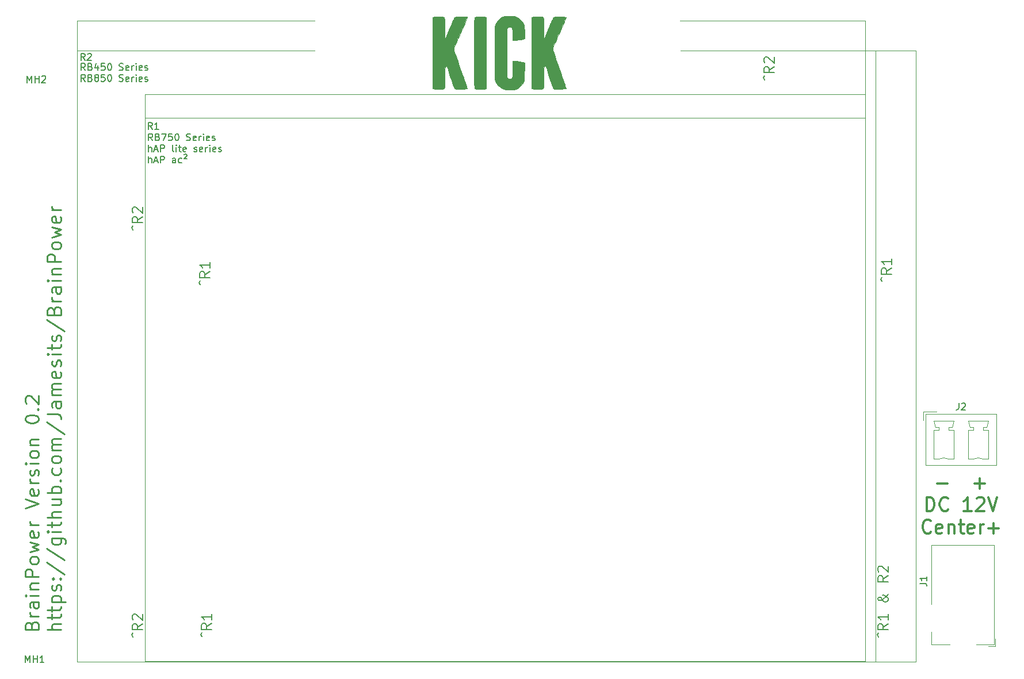
<source format=gbr>
G04 #@! TF.GenerationSoftware,KiCad,Pcbnew,(5.1.2)-2*
G04 #@! TF.CreationDate,2019-10-16T14:21:29+08:00*
G04 #@! TF.ProjectId,BrainPower,42726169-6e50-46f7-9765-722e6b696361,rev?*
G04 #@! TF.SameCoordinates,Original*
G04 #@! TF.FileFunction,Legend,Top*
G04 #@! TF.FilePolarity,Positive*
%FSLAX46Y46*%
G04 Gerber Fmt 4.6, Leading zero omitted, Abs format (unit mm)*
G04 Created by KiCad (PCBNEW (5.1.2)-2) date 2019-10-16 14:21:29*
%MOMM*%
%LPD*%
G04 APERTURE LIST*
%ADD10C,0.150000*%
%ADD11C,0.250000*%
%ADD12C,0.300000*%
%ADD13C,0.120000*%
%ADD14C,0.010000*%
G04 APERTURE END LIST*
D10*
X205315428Y-87094000D02*
X205101142Y-86808285D01*
X205315428Y-86522571D01*
X206672571Y-85165428D02*
X205958285Y-85665428D01*
X206672571Y-86022571D02*
X205172571Y-86022571D01*
X205172571Y-85451142D01*
X205244000Y-85308285D01*
X205315428Y-85236857D01*
X205458285Y-85165428D01*
X205672571Y-85165428D01*
X205815428Y-85236857D01*
X205886857Y-85308285D01*
X205958285Y-85451142D01*
X205958285Y-86022571D01*
X206672571Y-83736857D02*
X206672571Y-84594000D01*
X206672571Y-84165428D02*
X205172571Y-84165428D01*
X205386857Y-84308285D01*
X205529714Y-84451142D01*
X205601142Y-84594000D01*
X105239428Y-139418000D02*
X105025142Y-139132285D01*
X105239428Y-138846571D01*
X106596571Y-137489428D02*
X105882285Y-137989428D01*
X106596571Y-138346571D02*
X105096571Y-138346571D01*
X105096571Y-137775142D01*
X105168000Y-137632285D01*
X105239428Y-137560857D01*
X105382285Y-137489428D01*
X105596571Y-137489428D01*
X105739428Y-137560857D01*
X105810857Y-137632285D01*
X105882285Y-137775142D01*
X105882285Y-138346571D01*
X106596571Y-136060857D02*
X106596571Y-136918000D01*
X106596571Y-136489428D02*
X105096571Y-136489428D01*
X105310857Y-136632285D01*
X105453714Y-136775142D01*
X105525142Y-136918000D01*
X104985428Y-87602000D02*
X104771142Y-87316285D01*
X104985428Y-87030571D01*
X106342571Y-85673428D02*
X105628285Y-86173428D01*
X106342571Y-86530571D02*
X104842571Y-86530571D01*
X104842571Y-85959142D01*
X104914000Y-85816285D01*
X104985428Y-85744857D01*
X105128285Y-85673428D01*
X105342571Y-85673428D01*
X105485428Y-85744857D01*
X105556857Y-85816285D01*
X105628285Y-85959142D01*
X105628285Y-86530571D01*
X106342571Y-84244857D02*
X106342571Y-85102000D01*
X106342571Y-84673428D02*
X104842571Y-84673428D01*
X105056857Y-84816285D01*
X105199714Y-84959142D01*
X105271142Y-85102000D01*
X204807428Y-139459642D02*
X204593142Y-139173928D01*
X204807428Y-138888214D01*
X206164571Y-137531071D02*
X205450285Y-138031071D01*
X206164571Y-138388214D02*
X204664571Y-138388214D01*
X204664571Y-137816785D01*
X204736000Y-137673928D01*
X204807428Y-137602500D01*
X204950285Y-137531071D01*
X205164571Y-137531071D01*
X205307428Y-137602500D01*
X205378857Y-137673928D01*
X205450285Y-137816785D01*
X205450285Y-138388214D01*
X206164571Y-136102500D02*
X206164571Y-136959642D01*
X206164571Y-136531071D02*
X204664571Y-136531071D01*
X204878857Y-136673928D01*
X205021714Y-136816785D01*
X205093142Y-136959642D01*
X206164571Y-133102500D02*
X206164571Y-133173928D01*
X206093142Y-133316785D01*
X205878857Y-133531071D01*
X205450285Y-133888214D01*
X205236000Y-134031071D01*
X205021714Y-134102500D01*
X204878857Y-134102500D01*
X204736000Y-134031071D01*
X204664571Y-133888214D01*
X204664571Y-133816785D01*
X204736000Y-133673928D01*
X204878857Y-133602500D01*
X204950285Y-133602500D01*
X205093142Y-133673928D01*
X205164571Y-133745357D01*
X205450285Y-134173928D01*
X205521714Y-134245357D01*
X205664571Y-134316785D01*
X205878857Y-134316785D01*
X206021714Y-134245357D01*
X206093142Y-134173928D01*
X206164571Y-134031071D01*
X206164571Y-133816785D01*
X206093142Y-133673928D01*
X206021714Y-133602500D01*
X205736000Y-133388214D01*
X205521714Y-133316785D01*
X205378857Y-133316785D01*
X206164571Y-130459642D02*
X205450285Y-130959642D01*
X206164571Y-131316785D02*
X204664571Y-131316785D01*
X204664571Y-130745357D01*
X204736000Y-130602500D01*
X204807428Y-130531071D01*
X204950285Y-130459642D01*
X205164571Y-130459642D01*
X205307428Y-130531071D01*
X205378857Y-130602500D01*
X205450285Y-130745357D01*
X205450285Y-131316785D01*
X204807428Y-129888214D02*
X204736000Y-129816785D01*
X204664571Y-129673928D01*
X204664571Y-129316785D01*
X204736000Y-129173928D01*
X204807428Y-129102500D01*
X204950285Y-129031071D01*
X205093142Y-129031071D01*
X205307428Y-129102500D01*
X206164571Y-129959642D01*
X206164571Y-129031071D01*
X188043428Y-57417642D02*
X187829142Y-57131928D01*
X188043428Y-56846214D01*
X189400571Y-55489071D02*
X188686285Y-55989071D01*
X189400571Y-56346214D02*
X187900571Y-56346214D01*
X187900571Y-55774785D01*
X187972000Y-55631928D01*
X188043428Y-55560500D01*
X188186285Y-55489071D01*
X188400571Y-55489071D01*
X188543428Y-55560500D01*
X188614857Y-55631928D01*
X188686285Y-55774785D01*
X188686285Y-56346214D01*
X188043428Y-54917642D02*
X187972000Y-54846214D01*
X187900571Y-54703357D01*
X187900571Y-54346214D01*
X187972000Y-54203357D01*
X188043428Y-54131928D01*
X188186285Y-54060500D01*
X188329142Y-54060500D01*
X188543428Y-54131928D01*
X189400571Y-54989071D01*
X189400571Y-54060500D01*
X95079428Y-139459642D02*
X94865142Y-139173928D01*
X95079428Y-138888214D01*
X96436571Y-137531071D02*
X95722285Y-138031071D01*
X96436571Y-138388214D02*
X94936571Y-138388214D01*
X94936571Y-137816785D01*
X95008000Y-137673928D01*
X95079428Y-137602500D01*
X95222285Y-137531071D01*
X95436571Y-137531071D01*
X95579428Y-137602500D01*
X95650857Y-137673928D01*
X95722285Y-137816785D01*
X95722285Y-138388214D01*
X95079428Y-136959642D02*
X95008000Y-136888214D01*
X94936571Y-136745357D01*
X94936571Y-136388214D01*
X95008000Y-136245357D01*
X95079428Y-136173928D01*
X95222285Y-136102500D01*
X95365142Y-136102500D01*
X95579428Y-136173928D01*
X96436571Y-137031071D01*
X96436571Y-136102500D01*
X95079428Y-79515642D02*
X94865142Y-79229928D01*
X95079428Y-78944214D01*
X96436571Y-77587071D02*
X95722285Y-78087071D01*
X96436571Y-78444214D02*
X94936571Y-78444214D01*
X94936571Y-77872785D01*
X95008000Y-77729928D01*
X95079428Y-77658500D01*
X95222285Y-77587071D01*
X95436571Y-77587071D01*
X95579428Y-77658500D01*
X95650857Y-77729928D01*
X95722285Y-77872785D01*
X95722285Y-78444214D01*
X95079428Y-77015642D02*
X95008000Y-76944214D01*
X94936571Y-76801357D01*
X94936571Y-76444214D01*
X95008000Y-76301357D01*
X95079428Y-76229928D01*
X95222285Y-76158500D01*
X95365142Y-76158500D01*
X95579428Y-76229928D01*
X96436571Y-77087071D01*
X96436571Y-76158500D01*
X88029023Y-56015380D02*
X87695690Y-55539190D01*
X87457595Y-56015380D02*
X87457595Y-55015380D01*
X87838547Y-55015380D01*
X87933785Y-55063000D01*
X87981404Y-55110619D01*
X88029023Y-55205857D01*
X88029023Y-55348714D01*
X87981404Y-55443952D01*
X87933785Y-55491571D01*
X87838547Y-55539190D01*
X87457595Y-55539190D01*
X88790928Y-55491571D02*
X88933785Y-55539190D01*
X88981404Y-55586809D01*
X89029023Y-55682047D01*
X89029023Y-55824904D01*
X88981404Y-55920142D01*
X88933785Y-55967761D01*
X88838547Y-56015380D01*
X88457595Y-56015380D01*
X88457595Y-55015380D01*
X88790928Y-55015380D01*
X88886166Y-55063000D01*
X88933785Y-55110619D01*
X88981404Y-55205857D01*
X88981404Y-55301095D01*
X88933785Y-55396333D01*
X88886166Y-55443952D01*
X88790928Y-55491571D01*
X88457595Y-55491571D01*
X89886166Y-55348714D02*
X89886166Y-56015380D01*
X89648071Y-54967761D02*
X89409976Y-55682047D01*
X90029023Y-55682047D01*
X90886166Y-55015380D02*
X90409976Y-55015380D01*
X90362357Y-55491571D01*
X90409976Y-55443952D01*
X90505214Y-55396333D01*
X90743309Y-55396333D01*
X90838547Y-55443952D01*
X90886166Y-55491571D01*
X90933785Y-55586809D01*
X90933785Y-55824904D01*
X90886166Y-55920142D01*
X90838547Y-55967761D01*
X90743309Y-56015380D01*
X90505214Y-56015380D01*
X90409976Y-55967761D01*
X90362357Y-55920142D01*
X91552833Y-55015380D02*
X91648071Y-55015380D01*
X91743309Y-55063000D01*
X91790928Y-55110619D01*
X91838547Y-55205857D01*
X91886166Y-55396333D01*
X91886166Y-55634428D01*
X91838547Y-55824904D01*
X91790928Y-55920142D01*
X91743309Y-55967761D01*
X91648071Y-56015380D01*
X91552833Y-56015380D01*
X91457595Y-55967761D01*
X91409976Y-55920142D01*
X91362357Y-55824904D01*
X91314738Y-55634428D01*
X91314738Y-55396333D01*
X91362357Y-55205857D01*
X91409976Y-55110619D01*
X91457595Y-55063000D01*
X91552833Y-55015380D01*
X93029023Y-55967761D02*
X93171880Y-56015380D01*
X93409976Y-56015380D01*
X93505214Y-55967761D01*
X93552833Y-55920142D01*
X93600452Y-55824904D01*
X93600452Y-55729666D01*
X93552833Y-55634428D01*
X93505214Y-55586809D01*
X93409976Y-55539190D01*
X93219500Y-55491571D01*
X93124261Y-55443952D01*
X93076642Y-55396333D01*
X93029023Y-55301095D01*
X93029023Y-55205857D01*
X93076642Y-55110619D01*
X93124261Y-55063000D01*
X93219500Y-55015380D01*
X93457595Y-55015380D01*
X93600452Y-55063000D01*
X94409976Y-55967761D02*
X94314738Y-56015380D01*
X94124261Y-56015380D01*
X94029023Y-55967761D01*
X93981404Y-55872523D01*
X93981404Y-55491571D01*
X94029023Y-55396333D01*
X94124261Y-55348714D01*
X94314738Y-55348714D01*
X94409976Y-55396333D01*
X94457595Y-55491571D01*
X94457595Y-55586809D01*
X93981404Y-55682047D01*
X94886166Y-56015380D02*
X94886166Y-55348714D01*
X94886166Y-55539190D02*
X94933785Y-55443952D01*
X94981404Y-55396333D01*
X95076642Y-55348714D01*
X95171880Y-55348714D01*
X95505214Y-56015380D02*
X95505214Y-55348714D01*
X95505214Y-55015380D02*
X95457595Y-55063000D01*
X95505214Y-55110619D01*
X95552833Y-55063000D01*
X95505214Y-55015380D01*
X95505214Y-55110619D01*
X96362357Y-55967761D02*
X96267119Y-56015380D01*
X96076642Y-56015380D01*
X95981404Y-55967761D01*
X95933785Y-55872523D01*
X95933785Y-55491571D01*
X95981404Y-55396333D01*
X96076642Y-55348714D01*
X96267119Y-55348714D01*
X96362357Y-55396333D01*
X96409976Y-55491571D01*
X96409976Y-55586809D01*
X95933785Y-55682047D01*
X96790928Y-55967761D02*
X96886166Y-56015380D01*
X97076642Y-56015380D01*
X97171880Y-55967761D01*
X97219500Y-55872523D01*
X97219500Y-55824904D01*
X97171880Y-55729666D01*
X97076642Y-55682047D01*
X96933785Y-55682047D01*
X96838547Y-55634428D01*
X96790928Y-55539190D01*
X96790928Y-55491571D01*
X96838547Y-55396333D01*
X96933785Y-55348714D01*
X97076642Y-55348714D01*
X97171880Y-55396333D01*
X88029023Y-57665380D02*
X87695690Y-57189190D01*
X87457595Y-57665380D02*
X87457595Y-56665380D01*
X87838547Y-56665380D01*
X87933785Y-56713000D01*
X87981404Y-56760619D01*
X88029023Y-56855857D01*
X88029023Y-56998714D01*
X87981404Y-57093952D01*
X87933785Y-57141571D01*
X87838547Y-57189190D01*
X87457595Y-57189190D01*
X88790928Y-57141571D02*
X88933785Y-57189190D01*
X88981404Y-57236809D01*
X89029023Y-57332047D01*
X89029023Y-57474904D01*
X88981404Y-57570142D01*
X88933785Y-57617761D01*
X88838547Y-57665380D01*
X88457595Y-57665380D01*
X88457595Y-56665380D01*
X88790928Y-56665380D01*
X88886166Y-56713000D01*
X88933785Y-56760619D01*
X88981404Y-56855857D01*
X88981404Y-56951095D01*
X88933785Y-57046333D01*
X88886166Y-57093952D01*
X88790928Y-57141571D01*
X88457595Y-57141571D01*
X89600452Y-57093952D02*
X89505214Y-57046333D01*
X89457595Y-56998714D01*
X89409976Y-56903476D01*
X89409976Y-56855857D01*
X89457595Y-56760619D01*
X89505214Y-56713000D01*
X89600452Y-56665380D01*
X89790928Y-56665380D01*
X89886166Y-56713000D01*
X89933785Y-56760619D01*
X89981404Y-56855857D01*
X89981404Y-56903476D01*
X89933785Y-56998714D01*
X89886166Y-57046333D01*
X89790928Y-57093952D01*
X89600452Y-57093952D01*
X89505214Y-57141571D01*
X89457595Y-57189190D01*
X89409976Y-57284428D01*
X89409976Y-57474904D01*
X89457595Y-57570142D01*
X89505214Y-57617761D01*
X89600452Y-57665380D01*
X89790928Y-57665380D01*
X89886166Y-57617761D01*
X89933785Y-57570142D01*
X89981404Y-57474904D01*
X89981404Y-57284428D01*
X89933785Y-57189190D01*
X89886166Y-57141571D01*
X89790928Y-57093952D01*
X90886166Y-56665380D02*
X90409976Y-56665380D01*
X90362357Y-57141571D01*
X90409976Y-57093952D01*
X90505214Y-57046333D01*
X90743309Y-57046333D01*
X90838547Y-57093952D01*
X90886166Y-57141571D01*
X90933785Y-57236809D01*
X90933785Y-57474904D01*
X90886166Y-57570142D01*
X90838547Y-57617761D01*
X90743309Y-57665380D01*
X90505214Y-57665380D01*
X90409976Y-57617761D01*
X90362357Y-57570142D01*
X91552833Y-56665380D02*
X91648071Y-56665380D01*
X91743309Y-56713000D01*
X91790928Y-56760619D01*
X91838547Y-56855857D01*
X91886166Y-57046333D01*
X91886166Y-57284428D01*
X91838547Y-57474904D01*
X91790928Y-57570142D01*
X91743309Y-57617761D01*
X91648071Y-57665380D01*
X91552833Y-57665380D01*
X91457595Y-57617761D01*
X91409976Y-57570142D01*
X91362357Y-57474904D01*
X91314738Y-57284428D01*
X91314738Y-57046333D01*
X91362357Y-56855857D01*
X91409976Y-56760619D01*
X91457595Y-56713000D01*
X91552833Y-56665380D01*
X93029023Y-57617761D02*
X93171880Y-57665380D01*
X93409976Y-57665380D01*
X93505214Y-57617761D01*
X93552833Y-57570142D01*
X93600452Y-57474904D01*
X93600452Y-57379666D01*
X93552833Y-57284428D01*
X93505214Y-57236809D01*
X93409976Y-57189190D01*
X93219500Y-57141571D01*
X93124261Y-57093952D01*
X93076642Y-57046333D01*
X93029023Y-56951095D01*
X93029023Y-56855857D01*
X93076642Y-56760619D01*
X93124261Y-56713000D01*
X93219500Y-56665380D01*
X93457595Y-56665380D01*
X93600452Y-56713000D01*
X94409976Y-57617761D02*
X94314738Y-57665380D01*
X94124261Y-57665380D01*
X94029023Y-57617761D01*
X93981404Y-57522523D01*
X93981404Y-57141571D01*
X94029023Y-57046333D01*
X94124261Y-56998714D01*
X94314738Y-56998714D01*
X94409976Y-57046333D01*
X94457595Y-57141571D01*
X94457595Y-57236809D01*
X93981404Y-57332047D01*
X94886166Y-57665380D02*
X94886166Y-56998714D01*
X94886166Y-57189190D02*
X94933785Y-57093952D01*
X94981404Y-57046333D01*
X95076642Y-56998714D01*
X95171880Y-56998714D01*
X95505214Y-57665380D02*
X95505214Y-56998714D01*
X95505214Y-56665380D02*
X95457595Y-56713000D01*
X95505214Y-56760619D01*
X95552833Y-56713000D01*
X95505214Y-56665380D01*
X95505214Y-56760619D01*
X96362357Y-57617761D02*
X96267119Y-57665380D01*
X96076642Y-57665380D01*
X95981404Y-57617761D01*
X95933785Y-57522523D01*
X95933785Y-57141571D01*
X95981404Y-57046333D01*
X96076642Y-56998714D01*
X96267119Y-56998714D01*
X96362357Y-57046333D01*
X96409976Y-57141571D01*
X96409976Y-57236809D01*
X95933785Y-57332047D01*
X96790928Y-57617761D02*
X96886166Y-57665380D01*
X97076642Y-57665380D01*
X97171880Y-57617761D01*
X97219500Y-57522523D01*
X97219500Y-57474904D01*
X97171880Y-57379666D01*
X97076642Y-57332047D01*
X96933785Y-57332047D01*
X96838547Y-57284428D01*
X96790928Y-57189190D01*
X96790928Y-57141571D01*
X96838547Y-57046333D01*
X96933785Y-56998714D01*
X97076642Y-56998714D01*
X97171880Y-57046333D01*
X97935023Y-66366380D02*
X97601690Y-65890190D01*
X97363595Y-66366380D02*
X97363595Y-65366380D01*
X97744547Y-65366380D01*
X97839785Y-65414000D01*
X97887404Y-65461619D01*
X97935023Y-65556857D01*
X97935023Y-65699714D01*
X97887404Y-65794952D01*
X97839785Y-65842571D01*
X97744547Y-65890190D01*
X97363595Y-65890190D01*
X98696928Y-65842571D02*
X98839785Y-65890190D01*
X98887404Y-65937809D01*
X98935023Y-66033047D01*
X98935023Y-66175904D01*
X98887404Y-66271142D01*
X98839785Y-66318761D01*
X98744547Y-66366380D01*
X98363595Y-66366380D01*
X98363595Y-65366380D01*
X98696928Y-65366380D01*
X98792166Y-65414000D01*
X98839785Y-65461619D01*
X98887404Y-65556857D01*
X98887404Y-65652095D01*
X98839785Y-65747333D01*
X98792166Y-65794952D01*
X98696928Y-65842571D01*
X98363595Y-65842571D01*
X99268357Y-65366380D02*
X99935023Y-65366380D01*
X99506452Y-66366380D01*
X100792166Y-65366380D02*
X100315976Y-65366380D01*
X100268357Y-65842571D01*
X100315976Y-65794952D01*
X100411214Y-65747333D01*
X100649309Y-65747333D01*
X100744547Y-65794952D01*
X100792166Y-65842571D01*
X100839785Y-65937809D01*
X100839785Y-66175904D01*
X100792166Y-66271142D01*
X100744547Y-66318761D01*
X100649309Y-66366380D01*
X100411214Y-66366380D01*
X100315976Y-66318761D01*
X100268357Y-66271142D01*
X101458833Y-65366380D02*
X101554071Y-65366380D01*
X101649309Y-65414000D01*
X101696928Y-65461619D01*
X101744547Y-65556857D01*
X101792166Y-65747333D01*
X101792166Y-65985428D01*
X101744547Y-66175904D01*
X101696928Y-66271142D01*
X101649309Y-66318761D01*
X101554071Y-66366380D01*
X101458833Y-66366380D01*
X101363595Y-66318761D01*
X101315976Y-66271142D01*
X101268357Y-66175904D01*
X101220738Y-65985428D01*
X101220738Y-65747333D01*
X101268357Y-65556857D01*
X101315976Y-65461619D01*
X101363595Y-65414000D01*
X101458833Y-65366380D01*
X102935023Y-66318761D02*
X103077880Y-66366380D01*
X103315976Y-66366380D01*
X103411214Y-66318761D01*
X103458833Y-66271142D01*
X103506452Y-66175904D01*
X103506452Y-66080666D01*
X103458833Y-65985428D01*
X103411214Y-65937809D01*
X103315976Y-65890190D01*
X103125500Y-65842571D01*
X103030261Y-65794952D01*
X102982642Y-65747333D01*
X102935023Y-65652095D01*
X102935023Y-65556857D01*
X102982642Y-65461619D01*
X103030261Y-65414000D01*
X103125500Y-65366380D01*
X103363595Y-65366380D01*
X103506452Y-65414000D01*
X104315976Y-66318761D02*
X104220738Y-66366380D01*
X104030261Y-66366380D01*
X103935023Y-66318761D01*
X103887404Y-66223523D01*
X103887404Y-65842571D01*
X103935023Y-65747333D01*
X104030261Y-65699714D01*
X104220738Y-65699714D01*
X104315976Y-65747333D01*
X104363595Y-65842571D01*
X104363595Y-65937809D01*
X103887404Y-66033047D01*
X104792166Y-66366380D02*
X104792166Y-65699714D01*
X104792166Y-65890190D02*
X104839785Y-65794952D01*
X104887404Y-65747333D01*
X104982642Y-65699714D01*
X105077880Y-65699714D01*
X105411214Y-66366380D02*
X105411214Y-65699714D01*
X105411214Y-65366380D02*
X105363595Y-65414000D01*
X105411214Y-65461619D01*
X105458833Y-65414000D01*
X105411214Y-65366380D01*
X105411214Y-65461619D01*
X106268357Y-66318761D02*
X106173119Y-66366380D01*
X105982642Y-66366380D01*
X105887404Y-66318761D01*
X105839785Y-66223523D01*
X105839785Y-65842571D01*
X105887404Y-65747333D01*
X105982642Y-65699714D01*
X106173119Y-65699714D01*
X106268357Y-65747333D01*
X106315976Y-65842571D01*
X106315976Y-65937809D01*
X105839785Y-66033047D01*
X106696928Y-66318761D02*
X106792166Y-66366380D01*
X106982642Y-66366380D01*
X107077880Y-66318761D01*
X107125500Y-66223523D01*
X107125500Y-66175904D01*
X107077880Y-66080666D01*
X106982642Y-66033047D01*
X106839785Y-66033047D01*
X106744547Y-65985428D01*
X106696928Y-65890190D01*
X106696928Y-65842571D01*
X106744547Y-65747333D01*
X106839785Y-65699714D01*
X106982642Y-65699714D01*
X107077880Y-65747333D01*
X97363595Y-68016380D02*
X97363595Y-67016380D01*
X97792166Y-68016380D02*
X97792166Y-67492571D01*
X97744547Y-67397333D01*
X97649309Y-67349714D01*
X97506452Y-67349714D01*
X97411214Y-67397333D01*
X97363595Y-67444952D01*
X98220738Y-67730666D02*
X98696928Y-67730666D01*
X98125500Y-68016380D02*
X98458833Y-67016380D01*
X98792166Y-68016380D01*
X99125500Y-68016380D02*
X99125500Y-67016380D01*
X99506452Y-67016380D01*
X99601690Y-67064000D01*
X99649309Y-67111619D01*
X99696928Y-67206857D01*
X99696928Y-67349714D01*
X99649309Y-67444952D01*
X99601690Y-67492571D01*
X99506452Y-67540190D01*
X99125500Y-67540190D01*
X101030261Y-68016380D02*
X100935023Y-67968761D01*
X100887404Y-67873523D01*
X100887404Y-67016380D01*
X101411214Y-68016380D02*
X101411214Y-67349714D01*
X101411214Y-67016380D02*
X101363595Y-67064000D01*
X101411214Y-67111619D01*
X101458833Y-67064000D01*
X101411214Y-67016380D01*
X101411214Y-67111619D01*
X101744547Y-67349714D02*
X102125500Y-67349714D01*
X101887404Y-67016380D02*
X101887404Y-67873523D01*
X101935023Y-67968761D01*
X102030261Y-68016380D01*
X102125500Y-68016380D01*
X102839785Y-67968761D02*
X102744547Y-68016380D01*
X102554071Y-68016380D01*
X102458833Y-67968761D01*
X102411214Y-67873523D01*
X102411214Y-67492571D01*
X102458833Y-67397333D01*
X102554071Y-67349714D01*
X102744547Y-67349714D01*
X102839785Y-67397333D01*
X102887404Y-67492571D01*
X102887404Y-67587809D01*
X102411214Y-67683047D01*
X104030261Y-67968761D02*
X104125500Y-68016380D01*
X104315976Y-68016380D01*
X104411214Y-67968761D01*
X104458833Y-67873523D01*
X104458833Y-67825904D01*
X104411214Y-67730666D01*
X104315976Y-67683047D01*
X104173119Y-67683047D01*
X104077880Y-67635428D01*
X104030261Y-67540190D01*
X104030261Y-67492571D01*
X104077880Y-67397333D01*
X104173119Y-67349714D01*
X104315976Y-67349714D01*
X104411214Y-67397333D01*
X105268357Y-67968761D02*
X105173119Y-68016380D01*
X104982642Y-68016380D01*
X104887404Y-67968761D01*
X104839785Y-67873523D01*
X104839785Y-67492571D01*
X104887404Y-67397333D01*
X104982642Y-67349714D01*
X105173119Y-67349714D01*
X105268357Y-67397333D01*
X105315976Y-67492571D01*
X105315976Y-67587809D01*
X104839785Y-67683047D01*
X105744547Y-68016380D02*
X105744547Y-67349714D01*
X105744547Y-67540190D02*
X105792166Y-67444952D01*
X105839785Y-67397333D01*
X105935023Y-67349714D01*
X106030261Y-67349714D01*
X106363595Y-68016380D02*
X106363595Y-67349714D01*
X106363595Y-67016380D02*
X106315976Y-67064000D01*
X106363595Y-67111619D01*
X106411214Y-67064000D01*
X106363595Y-67016380D01*
X106363595Y-67111619D01*
X107220738Y-67968761D02*
X107125500Y-68016380D01*
X106935023Y-68016380D01*
X106839785Y-67968761D01*
X106792166Y-67873523D01*
X106792166Y-67492571D01*
X106839785Y-67397333D01*
X106935023Y-67349714D01*
X107125500Y-67349714D01*
X107220738Y-67397333D01*
X107268357Y-67492571D01*
X107268357Y-67587809D01*
X106792166Y-67683047D01*
X107649309Y-67968761D02*
X107744547Y-68016380D01*
X107935023Y-68016380D01*
X108030261Y-67968761D01*
X108077880Y-67873523D01*
X108077880Y-67825904D01*
X108030261Y-67730666D01*
X107935023Y-67683047D01*
X107792166Y-67683047D01*
X107696928Y-67635428D01*
X107649309Y-67540190D01*
X107649309Y-67492571D01*
X107696928Y-67397333D01*
X107792166Y-67349714D01*
X107935023Y-67349714D01*
X108030261Y-67397333D01*
X97363595Y-69666380D02*
X97363595Y-68666380D01*
X97792166Y-69666380D02*
X97792166Y-69142571D01*
X97744547Y-69047333D01*
X97649309Y-68999714D01*
X97506452Y-68999714D01*
X97411214Y-69047333D01*
X97363595Y-69094952D01*
X98220738Y-69380666D02*
X98696928Y-69380666D01*
X98125500Y-69666380D02*
X98458833Y-68666380D01*
X98792166Y-69666380D01*
X99125500Y-69666380D02*
X99125500Y-68666380D01*
X99506452Y-68666380D01*
X99601690Y-68714000D01*
X99649309Y-68761619D01*
X99696928Y-68856857D01*
X99696928Y-68999714D01*
X99649309Y-69094952D01*
X99601690Y-69142571D01*
X99506452Y-69190190D01*
X99125500Y-69190190D01*
X101315976Y-69666380D02*
X101315976Y-69142571D01*
X101268357Y-69047333D01*
X101173119Y-68999714D01*
X100982642Y-68999714D01*
X100887404Y-69047333D01*
X101315976Y-69618761D02*
X101220738Y-69666380D01*
X100982642Y-69666380D01*
X100887404Y-69618761D01*
X100839785Y-69523523D01*
X100839785Y-69428285D01*
X100887404Y-69333047D01*
X100982642Y-69285428D01*
X101220738Y-69285428D01*
X101315976Y-69237809D01*
X102220738Y-69618761D02*
X102125500Y-69666380D01*
X101935023Y-69666380D01*
X101839785Y-69618761D01*
X101792166Y-69571142D01*
X101744547Y-69475904D01*
X101744547Y-69190190D01*
X101792166Y-69094952D01*
X101839785Y-69047333D01*
X101935023Y-68999714D01*
X102125500Y-68999714D01*
X102220738Y-69047333D01*
X102601690Y-68428285D02*
X102696928Y-68380666D01*
X102839785Y-68380666D01*
X102935023Y-68428285D01*
X102982642Y-68523523D01*
X102982642Y-68618761D01*
X102935023Y-68714000D01*
X102601690Y-69047333D01*
X102982642Y-69047333D01*
D11*
X80147142Y-137759642D02*
X80242380Y-137473928D01*
X80337619Y-137378690D01*
X80528095Y-137283452D01*
X80813809Y-137283452D01*
X81004285Y-137378690D01*
X81099523Y-137473928D01*
X81194761Y-137664404D01*
X81194761Y-138426309D01*
X79194761Y-138426309D01*
X79194761Y-137759642D01*
X79290000Y-137569166D01*
X79385238Y-137473928D01*
X79575714Y-137378690D01*
X79766190Y-137378690D01*
X79956666Y-137473928D01*
X80051904Y-137569166D01*
X80147142Y-137759642D01*
X80147142Y-138426309D01*
X81194761Y-136426309D02*
X79861428Y-136426309D01*
X80242380Y-136426309D02*
X80051904Y-136331071D01*
X79956666Y-136235833D01*
X79861428Y-136045357D01*
X79861428Y-135854880D01*
X81194761Y-134331071D02*
X80147142Y-134331071D01*
X79956666Y-134426309D01*
X79861428Y-134616785D01*
X79861428Y-134997738D01*
X79956666Y-135188214D01*
X81099523Y-134331071D02*
X81194761Y-134521547D01*
X81194761Y-134997738D01*
X81099523Y-135188214D01*
X80909047Y-135283452D01*
X80718571Y-135283452D01*
X80528095Y-135188214D01*
X80432857Y-134997738D01*
X80432857Y-134521547D01*
X80337619Y-134331071D01*
X81194761Y-133378690D02*
X79861428Y-133378690D01*
X79194761Y-133378690D02*
X79290000Y-133473928D01*
X79385238Y-133378690D01*
X79290000Y-133283452D01*
X79194761Y-133378690D01*
X79385238Y-133378690D01*
X79861428Y-132426309D02*
X81194761Y-132426309D01*
X80051904Y-132426309D02*
X79956666Y-132331071D01*
X79861428Y-132140595D01*
X79861428Y-131854880D01*
X79956666Y-131664404D01*
X80147142Y-131569166D01*
X81194761Y-131569166D01*
X81194761Y-130616785D02*
X79194761Y-130616785D01*
X79194761Y-129854880D01*
X79290000Y-129664404D01*
X79385238Y-129569166D01*
X79575714Y-129473928D01*
X79861428Y-129473928D01*
X80051904Y-129569166D01*
X80147142Y-129664404D01*
X80242380Y-129854880D01*
X80242380Y-130616785D01*
X81194761Y-128331071D02*
X81099523Y-128521547D01*
X81004285Y-128616785D01*
X80813809Y-128712023D01*
X80242380Y-128712023D01*
X80051904Y-128616785D01*
X79956666Y-128521547D01*
X79861428Y-128331071D01*
X79861428Y-128045357D01*
X79956666Y-127854880D01*
X80051904Y-127759642D01*
X80242380Y-127664404D01*
X80813809Y-127664404D01*
X81004285Y-127759642D01*
X81099523Y-127854880D01*
X81194761Y-128045357D01*
X81194761Y-128331071D01*
X79861428Y-126997738D02*
X81194761Y-126616785D01*
X80242380Y-126235833D01*
X81194761Y-125854880D01*
X79861428Y-125473928D01*
X81099523Y-123950119D02*
X81194761Y-124140595D01*
X81194761Y-124521547D01*
X81099523Y-124712023D01*
X80909047Y-124807261D01*
X80147142Y-124807261D01*
X79956666Y-124712023D01*
X79861428Y-124521547D01*
X79861428Y-124140595D01*
X79956666Y-123950119D01*
X80147142Y-123854880D01*
X80337619Y-123854880D01*
X80528095Y-124807261D01*
X81194761Y-122997738D02*
X79861428Y-122997738D01*
X80242380Y-122997738D02*
X80051904Y-122902500D01*
X79956666Y-122807261D01*
X79861428Y-122616785D01*
X79861428Y-122426309D01*
X79194761Y-120521547D02*
X81194761Y-119854880D01*
X79194761Y-119188214D01*
X81099523Y-117759642D02*
X81194761Y-117950119D01*
X81194761Y-118331071D01*
X81099523Y-118521547D01*
X80909047Y-118616785D01*
X80147142Y-118616785D01*
X79956666Y-118521547D01*
X79861428Y-118331071D01*
X79861428Y-117950119D01*
X79956666Y-117759642D01*
X80147142Y-117664404D01*
X80337619Y-117664404D01*
X80528095Y-118616785D01*
X81194761Y-116807261D02*
X79861428Y-116807261D01*
X80242380Y-116807261D02*
X80051904Y-116712023D01*
X79956666Y-116616785D01*
X79861428Y-116426309D01*
X79861428Y-116235833D01*
X81099523Y-115664404D02*
X81194761Y-115473928D01*
X81194761Y-115092976D01*
X81099523Y-114902500D01*
X80909047Y-114807261D01*
X80813809Y-114807261D01*
X80623333Y-114902500D01*
X80528095Y-115092976D01*
X80528095Y-115378690D01*
X80432857Y-115569166D01*
X80242380Y-115664404D01*
X80147142Y-115664404D01*
X79956666Y-115569166D01*
X79861428Y-115378690D01*
X79861428Y-115092976D01*
X79956666Y-114902500D01*
X81194761Y-113950119D02*
X79861428Y-113950119D01*
X79194761Y-113950119D02*
X79290000Y-114045357D01*
X79385238Y-113950119D01*
X79290000Y-113854880D01*
X79194761Y-113950119D01*
X79385238Y-113950119D01*
X81194761Y-112712023D02*
X81099523Y-112902500D01*
X81004285Y-112997738D01*
X80813809Y-113092976D01*
X80242380Y-113092976D01*
X80051904Y-112997738D01*
X79956666Y-112902500D01*
X79861428Y-112712023D01*
X79861428Y-112426309D01*
X79956666Y-112235833D01*
X80051904Y-112140595D01*
X80242380Y-112045357D01*
X80813809Y-112045357D01*
X81004285Y-112140595D01*
X81099523Y-112235833D01*
X81194761Y-112426309D01*
X81194761Y-112712023D01*
X79861428Y-111188214D02*
X81194761Y-111188214D01*
X80051904Y-111188214D02*
X79956666Y-111092976D01*
X79861428Y-110902500D01*
X79861428Y-110616785D01*
X79956666Y-110426309D01*
X80147142Y-110331071D01*
X81194761Y-110331071D01*
X79194761Y-107473928D02*
X79194761Y-107283452D01*
X79290000Y-107092976D01*
X79385238Y-106997738D01*
X79575714Y-106902500D01*
X79956666Y-106807261D01*
X80432857Y-106807261D01*
X80813809Y-106902500D01*
X81004285Y-106997738D01*
X81099523Y-107092976D01*
X81194761Y-107283452D01*
X81194761Y-107473928D01*
X81099523Y-107664404D01*
X81004285Y-107759642D01*
X80813809Y-107854880D01*
X80432857Y-107950119D01*
X79956666Y-107950119D01*
X79575714Y-107854880D01*
X79385238Y-107759642D01*
X79290000Y-107664404D01*
X79194761Y-107473928D01*
X81004285Y-105950119D02*
X81099523Y-105854880D01*
X81194761Y-105950119D01*
X81099523Y-106045357D01*
X81004285Y-105950119D01*
X81194761Y-105950119D01*
X79385238Y-105092976D02*
X79290000Y-104997738D01*
X79194761Y-104807261D01*
X79194761Y-104331071D01*
X79290000Y-104140595D01*
X79385238Y-104045357D01*
X79575714Y-103950119D01*
X79766190Y-103950119D01*
X80051904Y-104045357D01*
X81194761Y-105188214D01*
X81194761Y-103950119D01*
X84444761Y-138426309D02*
X82444761Y-138426309D01*
X84444761Y-137569166D02*
X83397142Y-137569166D01*
X83206666Y-137664404D01*
X83111428Y-137854880D01*
X83111428Y-138140595D01*
X83206666Y-138331071D01*
X83301904Y-138426309D01*
X83111428Y-136902500D02*
X83111428Y-136140595D01*
X82444761Y-136616785D02*
X84159047Y-136616785D01*
X84349523Y-136521547D01*
X84444761Y-136331071D01*
X84444761Y-136140595D01*
X83111428Y-135759642D02*
X83111428Y-134997738D01*
X82444761Y-135473928D02*
X84159047Y-135473928D01*
X84349523Y-135378690D01*
X84444761Y-135188214D01*
X84444761Y-134997738D01*
X83111428Y-134331071D02*
X85111428Y-134331071D01*
X83206666Y-134331071D02*
X83111428Y-134140595D01*
X83111428Y-133759642D01*
X83206666Y-133569166D01*
X83301904Y-133473928D01*
X83492380Y-133378690D01*
X84063809Y-133378690D01*
X84254285Y-133473928D01*
X84349523Y-133569166D01*
X84444761Y-133759642D01*
X84444761Y-134140595D01*
X84349523Y-134331071D01*
X84349523Y-132616785D02*
X84444761Y-132426309D01*
X84444761Y-132045357D01*
X84349523Y-131854880D01*
X84159047Y-131759642D01*
X84063809Y-131759642D01*
X83873333Y-131854880D01*
X83778095Y-132045357D01*
X83778095Y-132331071D01*
X83682857Y-132521547D01*
X83492380Y-132616785D01*
X83397142Y-132616785D01*
X83206666Y-132521547D01*
X83111428Y-132331071D01*
X83111428Y-132045357D01*
X83206666Y-131854880D01*
X84254285Y-130902500D02*
X84349523Y-130807261D01*
X84444761Y-130902500D01*
X84349523Y-130997738D01*
X84254285Y-130902500D01*
X84444761Y-130902500D01*
X83206666Y-130902500D02*
X83301904Y-130807261D01*
X83397142Y-130902500D01*
X83301904Y-130997738D01*
X83206666Y-130902500D01*
X83397142Y-130902500D01*
X82349523Y-128521547D02*
X84920952Y-130235833D01*
X82349523Y-126426309D02*
X84920952Y-128140595D01*
X83111428Y-124902500D02*
X84730476Y-124902500D01*
X84920952Y-124997738D01*
X85016190Y-125092976D01*
X85111428Y-125283452D01*
X85111428Y-125569166D01*
X85016190Y-125759642D01*
X84349523Y-124902500D02*
X84444761Y-125092976D01*
X84444761Y-125473928D01*
X84349523Y-125664404D01*
X84254285Y-125759642D01*
X84063809Y-125854880D01*
X83492380Y-125854880D01*
X83301904Y-125759642D01*
X83206666Y-125664404D01*
X83111428Y-125473928D01*
X83111428Y-125092976D01*
X83206666Y-124902500D01*
X84444761Y-123950119D02*
X83111428Y-123950119D01*
X82444761Y-123950119D02*
X82540000Y-124045357D01*
X82635238Y-123950119D01*
X82540000Y-123854880D01*
X82444761Y-123950119D01*
X82635238Y-123950119D01*
X83111428Y-123283452D02*
X83111428Y-122521547D01*
X82444761Y-122997738D02*
X84159047Y-122997738D01*
X84349523Y-122902500D01*
X84444761Y-122712023D01*
X84444761Y-122521547D01*
X84444761Y-121854880D02*
X82444761Y-121854880D01*
X84444761Y-120997738D02*
X83397142Y-120997738D01*
X83206666Y-121092976D01*
X83111428Y-121283452D01*
X83111428Y-121569166D01*
X83206666Y-121759642D01*
X83301904Y-121854880D01*
X83111428Y-119188214D02*
X84444761Y-119188214D01*
X83111428Y-120045357D02*
X84159047Y-120045357D01*
X84349523Y-119950119D01*
X84444761Y-119759642D01*
X84444761Y-119473928D01*
X84349523Y-119283452D01*
X84254285Y-119188214D01*
X84444761Y-118235833D02*
X82444761Y-118235833D01*
X83206666Y-118235833D02*
X83111428Y-118045357D01*
X83111428Y-117664404D01*
X83206666Y-117473928D01*
X83301904Y-117378690D01*
X83492380Y-117283452D01*
X84063809Y-117283452D01*
X84254285Y-117378690D01*
X84349523Y-117473928D01*
X84444761Y-117664404D01*
X84444761Y-118045357D01*
X84349523Y-118235833D01*
X84254285Y-116426309D02*
X84349523Y-116331071D01*
X84444761Y-116426309D01*
X84349523Y-116521547D01*
X84254285Y-116426309D01*
X84444761Y-116426309D01*
X84349523Y-114616785D02*
X84444761Y-114807261D01*
X84444761Y-115188214D01*
X84349523Y-115378690D01*
X84254285Y-115473928D01*
X84063809Y-115569166D01*
X83492380Y-115569166D01*
X83301904Y-115473928D01*
X83206666Y-115378690D01*
X83111428Y-115188214D01*
X83111428Y-114807261D01*
X83206666Y-114616785D01*
X84444761Y-113473928D02*
X84349523Y-113664404D01*
X84254285Y-113759642D01*
X84063809Y-113854880D01*
X83492380Y-113854880D01*
X83301904Y-113759642D01*
X83206666Y-113664404D01*
X83111428Y-113473928D01*
X83111428Y-113188214D01*
X83206666Y-112997738D01*
X83301904Y-112902500D01*
X83492380Y-112807261D01*
X84063809Y-112807261D01*
X84254285Y-112902500D01*
X84349523Y-112997738D01*
X84444761Y-113188214D01*
X84444761Y-113473928D01*
X84444761Y-111950119D02*
X83111428Y-111950119D01*
X83301904Y-111950119D02*
X83206666Y-111854880D01*
X83111428Y-111664404D01*
X83111428Y-111378690D01*
X83206666Y-111188214D01*
X83397142Y-111092976D01*
X84444761Y-111092976D01*
X83397142Y-111092976D02*
X83206666Y-110997738D01*
X83111428Y-110807261D01*
X83111428Y-110521547D01*
X83206666Y-110331071D01*
X83397142Y-110235833D01*
X84444761Y-110235833D01*
X82349523Y-107854880D02*
X84920952Y-109569166D01*
X82444761Y-106616785D02*
X83873333Y-106616785D01*
X84159047Y-106712023D01*
X84349523Y-106902500D01*
X84444761Y-107188214D01*
X84444761Y-107378690D01*
X84444761Y-104807261D02*
X83397142Y-104807261D01*
X83206666Y-104902500D01*
X83111428Y-105092976D01*
X83111428Y-105473928D01*
X83206666Y-105664404D01*
X84349523Y-104807261D02*
X84444761Y-104997738D01*
X84444761Y-105473928D01*
X84349523Y-105664404D01*
X84159047Y-105759642D01*
X83968571Y-105759642D01*
X83778095Y-105664404D01*
X83682857Y-105473928D01*
X83682857Y-104997738D01*
X83587619Y-104807261D01*
X84444761Y-103854880D02*
X83111428Y-103854880D01*
X83301904Y-103854880D02*
X83206666Y-103759642D01*
X83111428Y-103569166D01*
X83111428Y-103283452D01*
X83206666Y-103092976D01*
X83397142Y-102997738D01*
X84444761Y-102997738D01*
X83397142Y-102997738D02*
X83206666Y-102902500D01*
X83111428Y-102712023D01*
X83111428Y-102426309D01*
X83206666Y-102235833D01*
X83397142Y-102140595D01*
X84444761Y-102140595D01*
X84349523Y-100426309D02*
X84444761Y-100616785D01*
X84444761Y-100997738D01*
X84349523Y-101188214D01*
X84159047Y-101283452D01*
X83397142Y-101283452D01*
X83206666Y-101188214D01*
X83111428Y-100997738D01*
X83111428Y-100616785D01*
X83206666Y-100426309D01*
X83397142Y-100331071D01*
X83587619Y-100331071D01*
X83778095Y-101283452D01*
X84349523Y-99569166D02*
X84444761Y-99378690D01*
X84444761Y-98997738D01*
X84349523Y-98807261D01*
X84159047Y-98712023D01*
X84063809Y-98712023D01*
X83873333Y-98807261D01*
X83778095Y-98997738D01*
X83778095Y-99283452D01*
X83682857Y-99473928D01*
X83492380Y-99569166D01*
X83397142Y-99569166D01*
X83206666Y-99473928D01*
X83111428Y-99283452D01*
X83111428Y-98997738D01*
X83206666Y-98807261D01*
X84444761Y-97854880D02*
X83111428Y-97854880D01*
X82444761Y-97854880D02*
X82540000Y-97950119D01*
X82635238Y-97854880D01*
X82540000Y-97759642D01*
X82444761Y-97854880D01*
X82635238Y-97854880D01*
X83111428Y-97188214D02*
X83111428Y-96426309D01*
X82444761Y-96902500D02*
X84159047Y-96902500D01*
X84349523Y-96807261D01*
X84444761Y-96616785D01*
X84444761Y-96426309D01*
X84349523Y-95854880D02*
X84444761Y-95664404D01*
X84444761Y-95283452D01*
X84349523Y-95092976D01*
X84159047Y-94997738D01*
X84063809Y-94997738D01*
X83873333Y-95092976D01*
X83778095Y-95283452D01*
X83778095Y-95569166D01*
X83682857Y-95759642D01*
X83492380Y-95854880D01*
X83397142Y-95854880D01*
X83206666Y-95759642D01*
X83111428Y-95569166D01*
X83111428Y-95283452D01*
X83206666Y-95092976D01*
X82349523Y-92712023D02*
X84920952Y-94426309D01*
X83397142Y-91378690D02*
X83492380Y-91092976D01*
X83587619Y-90997738D01*
X83778095Y-90902500D01*
X84063809Y-90902500D01*
X84254285Y-90997738D01*
X84349523Y-91092976D01*
X84444761Y-91283452D01*
X84444761Y-92045357D01*
X82444761Y-92045357D01*
X82444761Y-91378690D01*
X82540000Y-91188214D01*
X82635238Y-91092976D01*
X82825714Y-90997738D01*
X83016190Y-90997738D01*
X83206666Y-91092976D01*
X83301904Y-91188214D01*
X83397142Y-91378690D01*
X83397142Y-92045357D01*
X84444761Y-90045357D02*
X83111428Y-90045357D01*
X83492380Y-90045357D02*
X83301904Y-89950119D01*
X83206666Y-89854880D01*
X83111428Y-89664404D01*
X83111428Y-89473928D01*
X84444761Y-87950119D02*
X83397142Y-87950119D01*
X83206666Y-88045357D01*
X83111428Y-88235833D01*
X83111428Y-88616785D01*
X83206666Y-88807261D01*
X84349523Y-87950119D02*
X84444761Y-88140595D01*
X84444761Y-88616785D01*
X84349523Y-88807261D01*
X84159047Y-88902500D01*
X83968571Y-88902500D01*
X83778095Y-88807261D01*
X83682857Y-88616785D01*
X83682857Y-88140595D01*
X83587619Y-87950119D01*
X84444761Y-86997738D02*
X83111428Y-86997738D01*
X82444761Y-86997738D02*
X82540000Y-87092976D01*
X82635238Y-86997738D01*
X82540000Y-86902500D01*
X82444761Y-86997738D01*
X82635238Y-86997738D01*
X83111428Y-86045357D02*
X84444761Y-86045357D01*
X83301904Y-86045357D02*
X83206666Y-85950119D01*
X83111428Y-85759642D01*
X83111428Y-85473928D01*
X83206666Y-85283452D01*
X83397142Y-85188214D01*
X84444761Y-85188214D01*
X84444761Y-84235833D02*
X82444761Y-84235833D01*
X82444761Y-83473928D01*
X82540000Y-83283452D01*
X82635238Y-83188214D01*
X82825714Y-83092976D01*
X83111428Y-83092976D01*
X83301904Y-83188214D01*
X83397142Y-83283452D01*
X83492380Y-83473928D01*
X83492380Y-84235833D01*
X84444761Y-81950119D02*
X84349523Y-82140595D01*
X84254285Y-82235833D01*
X84063809Y-82331071D01*
X83492380Y-82331071D01*
X83301904Y-82235833D01*
X83206666Y-82140595D01*
X83111428Y-81950119D01*
X83111428Y-81664404D01*
X83206666Y-81473928D01*
X83301904Y-81378690D01*
X83492380Y-81283452D01*
X84063809Y-81283452D01*
X84254285Y-81378690D01*
X84349523Y-81473928D01*
X84444761Y-81664404D01*
X84444761Y-81950119D01*
X83111428Y-80616785D02*
X84444761Y-80235833D01*
X83492380Y-79854880D01*
X84444761Y-79473928D01*
X83111428Y-79092976D01*
X84349523Y-77569166D02*
X84444761Y-77759642D01*
X84444761Y-78140595D01*
X84349523Y-78331071D01*
X84159047Y-78426309D01*
X83397142Y-78426309D01*
X83206666Y-78331071D01*
X83111428Y-78140595D01*
X83111428Y-77759642D01*
X83206666Y-77569166D01*
X83397142Y-77473928D01*
X83587619Y-77473928D01*
X83778095Y-78426309D01*
X84444761Y-76616785D02*
X83111428Y-76616785D01*
X83492380Y-76616785D02*
X83301904Y-76521547D01*
X83206666Y-76426309D01*
X83111428Y-76235833D01*
X83111428Y-76045357D01*
D12*
X213392190Y-116857857D02*
X214916000Y-116857857D01*
X218916000Y-116857857D02*
X220439809Y-116857857D01*
X219677904Y-117619761D02*
X219677904Y-116095952D01*
X211868380Y-120919761D02*
X211868380Y-118919761D01*
X212344571Y-118919761D01*
X212630285Y-119015000D01*
X212820761Y-119205476D01*
X212916000Y-119395952D01*
X213011238Y-119776904D01*
X213011238Y-120062619D01*
X212916000Y-120443571D01*
X212820761Y-120634047D01*
X212630285Y-120824523D01*
X212344571Y-120919761D01*
X211868380Y-120919761D01*
X215011238Y-120729285D02*
X214916000Y-120824523D01*
X214630285Y-120919761D01*
X214439809Y-120919761D01*
X214154095Y-120824523D01*
X213963619Y-120634047D01*
X213868380Y-120443571D01*
X213773142Y-120062619D01*
X213773142Y-119776904D01*
X213868380Y-119395952D01*
X213963619Y-119205476D01*
X214154095Y-119015000D01*
X214439809Y-118919761D01*
X214630285Y-118919761D01*
X214916000Y-119015000D01*
X215011238Y-119110238D01*
X218439809Y-120919761D02*
X217296952Y-120919761D01*
X217868380Y-120919761D02*
X217868380Y-118919761D01*
X217677904Y-119205476D01*
X217487428Y-119395952D01*
X217296952Y-119491190D01*
X219201714Y-119110238D02*
X219296952Y-119015000D01*
X219487428Y-118919761D01*
X219963619Y-118919761D01*
X220154095Y-119015000D01*
X220249333Y-119110238D01*
X220344571Y-119300714D01*
X220344571Y-119491190D01*
X220249333Y-119776904D01*
X219106476Y-120919761D01*
X220344571Y-120919761D01*
X220916000Y-118919761D02*
X221582666Y-120919761D01*
X222249333Y-118919761D01*
X212487428Y-124029285D02*
X212392190Y-124124523D01*
X212106476Y-124219761D01*
X211916000Y-124219761D01*
X211630285Y-124124523D01*
X211439809Y-123934047D01*
X211344571Y-123743571D01*
X211249333Y-123362619D01*
X211249333Y-123076904D01*
X211344571Y-122695952D01*
X211439809Y-122505476D01*
X211630285Y-122315000D01*
X211916000Y-122219761D01*
X212106476Y-122219761D01*
X212392190Y-122315000D01*
X212487428Y-122410238D01*
X214106476Y-124124523D02*
X213916000Y-124219761D01*
X213535047Y-124219761D01*
X213344571Y-124124523D01*
X213249333Y-123934047D01*
X213249333Y-123172142D01*
X213344571Y-122981666D01*
X213535047Y-122886428D01*
X213916000Y-122886428D01*
X214106476Y-122981666D01*
X214201714Y-123172142D01*
X214201714Y-123362619D01*
X213249333Y-123553095D01*
X215058857Y-122886428D02*
X215058857Y-124219761D01*
X215058857Y-123076904D02*
X215154095Y-122981666D01*
X215344571Y-122886428D01*
X215630285Y-122886428D01*
X215820761Y-122981666D01*
X215916000Y-123172142D01*
X215916000Y-124219761D01*
X216582666Y-122886428D02*
X217344571Y-122886428D01*
X216868380Y-122219761D02*
X216868380Y-123934047D01*
X216963619Y-124124523D01*
X217154095Y-124219761D01*
X217344571Y-124219761D01*
X218773142Y-124124523D02*
X218582666Y-124219761D01*
X218201714Y-124219761D01*
X218011238Y-124124523D01*
X217916000Y-123934047D01*
X217916000Y-123172142D01*
X218011238Y-122981666D01*
X218201714Y-122886428D01*
X218582666Y-122886428D01*
X218773142Y-122981666D01*
X218868380Y-123172142D01*
X218868380Y-123362619D01*
X217916000Y-123553095D01*
X219725523Y-124219761D02*
X219725523Y-122886428D01*
X219725523Y-123267380D02*
X219820761Y-123076904D01*
X219916000Y-122981666D01*
X220106476Y-122886428D01*
X220296952Y-122886428D01*
X220963619Y-123457857D02*
X222487428Y-123457857D01*
X221725523Y-124219761D02*
X221725523Y-122695952D01*
D13*
X204309580Y-143124100D02*
X204309580Y-53124100D01*
X210309580Y-53124100D02*
X202809580Y-53124100D01*
X210309580Y-143124100D02*
X210309580Y-53124100D01*
X202809580Y-143124100D02*
X210309580Y-143124100D01*
X202809580Y-48724100D02*
X202809580Y-53124100D01*
X175582580Y-48729900D02*
X202809580Y-48724100D01*
X86809580Y-53124100D02*
X86809580Y-48724100D01*
X202809580Y-53124100D02*
X175633380Y-53124100D01*
X202809580Y-143124100D02*
X202809580Y-53124100D01*
X86809580Y-143124100D02*
X202809580Y-143124100D01*
X86809580Y-53124100D02*
X86809580Y-143124100D01*
X86809580Y-48724100D02*
X121798080Y-48729900D01*
X121798080Y-53124100D02*
X86809580Y-53124100D01*
X211336000Y-106275000D02*
X213336000Y-106275000D01*
X211336000Y-107525000D02*
X211336000Y-106275000D01*
X220956000Y-113275000D02*
X220206000Y-113275000D01*
X220956000Y-108975000D02*
X220956000Y-113275000D01*
X220206000Y-108975000D02*
X220956000Y-108975000D01*
X220206000Y-108625000D02*
X220206000Y-108975000D01*
X220706000Y-108625000D02*
X220206000Y-108625000D01*
X220956000Y-107625000D02*
X220706000Y-108625000D01*
X217956000Y-107625000D02*
X220956000Y-107625000D01*
X218206000Y-108625000D02*
X217956000Y-107625000D01*
X218706000Y-108625000D02*
X218206000Y-108625000D01*
X218706000Y-108975000D02*
X218706000Y-108625000D01*
X217956000Y-108975000D02*
X218706000Y-108975000D01*
X217956000Y-113275000D02*
X217956000Y-108975000D01*
X218706000Y-113275000D02*
X217956000Y-113275000D01*
X215876000Y-113275000D02*
X215126000Y-113275000D01*
X215876000Y-108975000D02*
X215876000Y-113275000D01*
X215126000Y-108975000D02*
X215876000Y-108975000D01*
X215126000Y-108625000D02*
X215126000Y-108975000D01*
X215626000Y-108625000D02*
X215126000Y-108625000D01*
X215876000Y-107625000D02*
X215626000Y-108625000D01*
X212876000Y-107625000D02*
X215876000Y-107625000D01*
X213126000Y-108625000D02*
X212876000Y-107625000D01*
X213626000Y-108625000D02*
X213126000Y-108625000D01*
X213626000Y-108975000D02*
X213626000Y-108625000D01*
X212876000Y-108975000D02*
X213626000Y-108975000D01*
X212876000Y-113275000D02*
X212876000Y-108975000D01*
X213626000Y-113275000D02*
X212876000Y-113275000D01*
X222106000Y-106665000D02*
X211726000Y-106665000D01*
X222106000Y-114135000D02*
X222106000Y-106665000D01*
X211726000Y-114135000D02*
X222106000Y-114135000D01*
X211726000Y-106665000D02*
X211726000Y-114135000D01*
X220205647Y-113274845D02*
G75*
G03X218706000Y-113275000I-749647J-1700155D01*
G01*
X215125647Y-113274845D02*
G75*
G03X213626000Y-113275000I-749647J-1700155D01*
G01*
X221770000Y-140600000D02*
X219170000Y-140600000D01*
X221770000Y-125900000D02*
X221770000Y-140600000D01*
X212570000Y-140600000D02*
X212570000Y-138700000D01*
X215270000Y-140600000D02*
X212570000Y-140600000D01*
X212570000Y-125900000D02*
X221770000Y-125900000D01*
X212570000Y-134700000D02*
X212570000Y-125900000D01*
X221970000Y-139750000D02*
X221970000Y-140800000D01*
X220920000Y-140800000D02*
X221970000Y-140800000D01*
X202783800Y-59555400D02*
X202783800Y-63055400D01*
X96783800Y-59555400D02*
X202783800Y-59555400D01*
X96783800Y-59555400D02*
X96783800Y-63055400D01*
X96783800Y-63055400D02*
X96783800Y-143055400D01*
X202783800Y-63055400D02*
X96783800Y-63055400D01*
X202783800Y-143055400D02*
X202783800Y-63055400D01*
X96783800Y-143055400D02*
X202783800Y-143055400D01*
D14*
G36*
X154869818Y-48151927D02*
G01*
X155110109Y-48158139D01*
X155277584Y-48168914D01*
X155378124Y-48184600D01*
X155414133Y-48200733D01*
X155427894Y-48238042D01*
X155439233Y-48323623D01*
X155448319Y-48463040D01*
X155455318Y-48661855D01*
X155460396Y-48925631D01*
X155463720Y-49259930D01*
X155465457Y-49670316D01*
X155465793Y-49925817D01*
X155466653Y-51600100D01*
X156166792Y-49949672D01*
X156317775Y-49595736D01*
X156460785Y-49264259D01*
X156592022Y-48963777D01*
X156707686Y-48702825D01*
X156803975Y-48489941D01*
X156877088Y-48333660D01*
X156923226Y-48242519D01*
X156935236Y-48223768D01*
X156964645Y-48198568D01*
X157008443Y-48179954D01*
X157078040Y-48167165D01*
X157184845Y-48159440D01*
X157340264Y-48156017D01*
X157555708Y-48156135D01*
X157842583Y-48159033D01*
X157895267Y-48159696D01*
X158195706Y-48164243D01*
X158421838Y-48169759D01*
X158584026Y-48177139D01*
X158692630Y-48187279D01*
X158758011Y-48201074D01*
X158790529Y-48219419D01*
X158799827Y-48237878D01*
X158785124Y-48287867D01*
X158738208Y-48407630D01*
X158662200Y-48589999D01*
X158560219Y-48827808D01*
X158435385Y-49113889D01*
X158290819Y-49441074D01*
X158129640Y-49802195D01*
X157954968Y-50190086D01*
X157832398Y-50460378D01*
X157648837Y-50864696D01*
X157474986Y-51248868D01*
X157314177Y-51605446D01*
X157169744Y-51926981D01*
X157045020Y-52206023D01*
X156943337Y-52435124D01*
X156868029Y-52606833D01*
X156822429Y-52713703D01*
X156810411Y-52744517D01*
X156804787Y-52776288D01*
X156806372Y-52822166D01*
X156816950Y-52887711D01*
X156838307Y-52978482D01*
X156872227Y-53100039D01*
X156920496Y-53257942D01*
X156984899Y-53457749D01*
X157067222Y-53705021D01*
X157169248Y-54005317D01*
X157292764Y-54364197D01*
X157439554Y-54787220D01*
X157611404Y-55279946D01*
X157771360Y-55737286D01*
X157936252Y-56209952D01*
X158092290Y-56660378D01*
X158237278Y-57082032D01*
X158369022Y-57468377D01*
X158485324Y-57812880D01*
X158583991Y-58109005D01*
X158662827Y-58350217D01*
X158719636Y-58529983D01*
X158752223Y-58641768D01*
X158759346Y-58678036D01*
X158748680Y-58703590D01*
X158720675Y-58723019D01*
X158664615Y-58737362D01*
X158569788Y-58747656D01*
X158425480Y-58754938D01*
X158220976Y-58760248D01*
X157945564Y-58764622D01*
X157852934Y-58765837D01*
X157553693Y-58769101D01*
X157327745Y-58769701D01*
X157163737Y-58766884D01*
X157050319Y-58759896D01*
X156976136Y-58747984D01*
X156929838Y-58730393D01*
X156900072Y-58706371D01*
X156896479Y-58702337D01*
X156870041Y-58646973D01*
X156821187Y-58519672D01*
X156752946Y-58329253D01*
X156668344Y-58084533D01*
X156570408Y-57794328D01*
X156462167Y-57467457D01*
X156346647Y-57112737D01*
X156285925Y-56924013D01*
X156169463Y-56562059D01*
X156060512Y-56226336D01*
X155961838Y-55925160D01*
X155876210Y-55666845D01*
X155806394Y-55459708D01*
X155755158Y-55312064D01*
X155725268Y-55232228D01*
X155718933Y-55220234D01*
X155693890Y-55256195D01*
X155647396Y-55351411D01*
X155588911Y-55486314D01*
X155581026Y-55505488D01*
X155464286Y-55791100D01*
X155464609Y-57232550D01*
X155463839Y-57652999D01*
X155461189Y-57994654D01*
X155456461Y-58263371D01*
X155449456Y-58465005D01*
X155439977Y-58605413D01*
X155427826Y-58690451D01*
X155414133Y-58724800D01*
X155361466Y-58744958D01*
X155245532Y-58759747D01*
X155060554Y-58769517D01*
X154800753Y-58774619D01*
X154575933Y-58775600D01*
X154261386Y-58773503D01*
X154025630Y-58766977D01*
X153862888Y-58755674D01*
X153767381Y-58739241D01*
X153737733Y-58724800D01*
X153729788Y-58697721D01*
X153722642Y-58630890D01*
X153716259Y-58520847D01*
X153710608Y-58364136D01*
X153705654Y-58157299D01*
X153701364Y-57896878D01*
X153697705Y-57579415D01*
X153694643Y-57201452D01*
X153692144Y-56759533D01*
X153690176Y-56250198D01*
X153688704Y-55669990D01*
X153687695Y-55015452D01*
X153687116Y-54283126D01*
X153686933Y-53478929D01*
X153687139Y-52821759D01*
X153687739Y-52187568D01*
X153688709Y-51581560D01*
X153690022Y-51008940D01*
X153691653Y-50474912D01*
X153693578Y-49984681D01*
X153695770Y-49543452D01*
X153698204Y-49156428D01*
X153700854Y-48828814D01*
X153703696Y-48565815D01*
X153706704Y-48372635D01*
X153709852Y-48254479D01*
X153712629Y-48216896D01*
X153731414Y-48193370D01*
X153774512Y-48175979D01*
X153852985Y-48163839D01*
X153977900Y-48156065D01*
X154160320Y-48151775D01*
X154411310Y-48150083D01*
X154550829Y-48149933D01*
X154869818Y-48151927D01*
X154869818Y-48151927D01*
G37*
X154869818Y-48151927D02*
X155110109Y-48158139D01*
X155277584Y-48168914D01*
X155378124Y-48184600D01*
X155414133Y-48200733D01*
X155427894Y-48238042D01*
X155439233Y-48323623D01*
X155448319Y-48463040D01*
X155455318Y-48661855D01*
X155460396Y-48925631D01*
X155463720Y-49259930D01*
X155465457Y-49670316D01*
X155465793Y-49925817D01*
X155466653Y-51600100D01*
X156166792Y-49949672D01*
X156317775Y-49595736D01*
X156460785Y-49264259D01*
X156592022Y-48963777D01*
X156707686Y-48702825D01*
X156803975Y-48489941D01*
X156877088Y-48333660D01*
X156923226Y-48242519D01*
X156935236Y-48223768D01*
X156964645Y-48198568D01*
X157008443Y-48179954D01*
X157078040Y-48167165D01*
X157184845Y-48159440D01*
X157340264Y-48156017D01*
X157555708Y-48156135D01*
X157842583Y-48159033D01*
X157895267Y-48159696D01*
X158195706Y-48164243D01*
X158421838Y-48169759D01*
X158584026Y-48177139D01*
X158692630Y-48187279D01*
X158758011Y-48201074D01*
X158790529Y-48219419D01*
X158799827Y-48237878D01*
X158785124Y-48287867D01*
X158738208Y-48407630D01*
X158662200Y-48589999D01*
X158560219Y-48827808D01*
X158435385Y-49113889D01*
X158290819Y-49441074D01*
X158129640Y-49802195D01*
X157954968Y-50190086D01*
X157832398Y-50460378D01*
X157648837Y-50864696D01*
X157474986Y-51248868D01*
X157314177Y-51605446D01*
X157169744Y-51926981D01*
X157045020Y-52206023D01*
X156943337Y-52435124D01*
X156868029Y-52606833D01*
X156822429Y-52713703D01*
X156810411Y-52744517D01*
X156804787Y-52776288D01*
X156806372Y-52822166D01*
X156816950Y-52887711D01*
X156838307Y-52978482D01*
X156872227Y-53100039D01*
X156920496Y-53257942D01*
X156984899Y-53457749D01*
X157067222Y-53705021D01*
X157169248Y-54005317D01*
X157292764Y-54364197D01*
X157439554Y-54787220D01*
X157611404Y-55279946D01*
X157771360Y-55737286D01*
X157936252Y-56209952D01*
X158092290Y-56660378D01*
X158237278Y-57082032D01*
X158369022Y-57468377D01*
X158485324Y-57812880D01*
X158583991Y-58109005D01*
X158662827Y-58350217D01*
X158719636Y-58529983D01*
X158752223Y-58641768D01*
X158759346Y-58678036D01*
X158748680Y-58703590D01*
X158720675Y-58723019D01*
X158664615Y-58737362D01*
X158569788Y-58747656D01*
X158425480Y-58754938D01*
X158220976Y-58760248D01*
X157945564Y-58764622D01*
X157852934Y-58765837D01*
X157553693Y-58769101D01*
X157327745Y-58769701D01*
X157163737Y-58766884D01*
X157050319Y-58759896D01*
X156976136Y-58747984D01*
X156929838Y-58730393D01*
X156900072Y-58706371D01*
X156896479Y-58702337D01*
X156870041Y-58646973D01*
X156821187Y-58519672D01*
X156752946Y-58329253D01*
X156668344Y-58084533D01*
X156570408Y-57794328D01*
X156462167Y-57467457D01*
X156346647Y-57112737D01*
X156285925Y-56924013D01*
X156169463Y-56562059D01*
X156060512Y-56226336D01*
X155961838Y-55925160D01*
X155876210Y-55666845D01*
X155806394Y-55459708D01*
X155755158Y-55312064D01*
X155725268Y-55232228D01*
X155718933Y-55220234D01*
X155693890Y-55256195D01*
X155647396Y-55351411D01*
X155588911Y-55486314D01*
X155581026Y-55505488D01*
X155464286Y-55791100D01*
X155464609Y-57232550D01*
X155463839Y-57652999D01*
X155461189Y-57994654D01*
X155456461Y-58263371D01*
X155449456Y-58465005D01*
X155439977Y-58605413D01*
X155427826Y-58690451D01*
X155414133Y-58724800D01*
X155361466Y-58744958D01*
X155245532Y-58759747D01*
X155060554Y-58769517D01*
X154800753Y-58774619D01*
X154575933Y-58775600D01*
X154261386Y-58773503D01*
X154025630Y-58766977D01*
X153862888Y-58755674D01*
X153767381Y-58739241D01*
X153737733Y-58724800D01*
X153729788Y-58697721D01*
X153722642Y-58630890D01*
X153716259Y-58520847D01*
X153710608Y-58364136D01*
X153705654Y-58157299D01*
X153701364Y-57896878D01*
X153697705Y-57579415D01*
X153694643Y-57201452D01*
X153692144Y-56759533D01*
X153690176Y-56250198D01*
X153688704Y-55669990D01*
X153687695Y-55015452D01*
X153687116Y-54283126D01*
X153686933Y-53478929D01*
X153687139Y-52821759D01*
X153687739Y-52187568D01*
X153688709Y-51581560D01*
X153690022Y-51008940D01*
X153691653Y-50474912D01*
X153693578Y-49984681D01*
X153695770Y-49543452D01*
X153698204Y-49156428D01*
X153700854Y-48828814D01*
X153703696Y-48565815D01*
X153706704Y-48372635D01*
X153709852Y-48254479D01*
X153712629Y-48216896D01*
X153731414Y-48193370D01*
X153774512Y-48175979D01*
X153852985Y-48163839D01*
X153977900Y-48156065D01*
X154160320Y-48151775D01*
X154411310Y-48150083D01*
X154550829Y-48149933D01*
X154869818Y-48151927D01*
G36*
X146364243Y-48148735D02*
G01*
X146583465Y-48154570D01*
X146770993Y-48164549D01*
X146910217Y-48178671D01*
X146984529Y-48196936D01*
X146989800Y-48200733D01*
X146997733Y-48227794D01*
X147004870Y-48294595D01*
X147011245Y-48404588D01*
X147016891Y-48561227D01*
X147021842Y-48767964D01*
X147026131Y-49028252D01*
X147029790Y-49345543D01*
X147032855Y-49723290D01*
X147035357Y-50164946D01*
X147037330Y-50673965D01*
X147038807Y-51253797D01*
X147039822Y-51907897D01*
X147040409Y-52639716D01*
X147040600Y-53452708D01*
X147040600Y-53462767D01*
X147040413Y-54276734D01*
X147039832Y-55009488D01*
X147038822Y-55664482D01*
X147037350Y-56245168D01*
X147035383Y-56754999D01*
X147032887Y-57197427D01*
X147029830Y-57575906D01*
X147026177Y-57893888D01*
X147021896Y-58154826D01*
X147016954Y-58362173D01*
X147011316Y-58519381D01*
X147004949Y-58629903D01*
X146997821Y-58697191D01*
X146989898Y-58724700D01*
X146989800Y-58724800D01*
X146937133Y-58744958D01*
X146821199Y-58759747D01*
X146636220Y-58769517D01*
X146376419Y-58774619D01*
X146151600Y-58775600D01*
X145837053Y-58773503D01*
X145601297Y-58766977D01*
X145438555Y-58755674D01*
X145343048Y-58739241D01*
X145313400Y-58724800D01*
X145305512Y-58675321D01*
X145298230Y-58547444D01*
X145291554Y-58347436D01*
X145285485Y-58081563D01*
X145280022Y-57756091D01*
X145275165Y-57377288D01*
X145270915Y-56951420D01*
X145267271Y-56484754D01*
X145264233Y-55983556D01*
X145261802Y-55454092D01*
X145259976Y-54902629D01*
X145258758Y-54335435D01*
X145258145Y-53758775D01*
X145258139Y-53178915D01*
X145258738Y-52602124D01*
X145259945Y-52034666D01*
X145261757Y-51482809D01*
X145264176Y-50952819D01*
X145267201Y-50450963D01*
X145270832Y-49983508D01*
X145275070Y-49556720D01*
X145279914Y-49176865D01*
X145285364Y-48850210D01*
X145291421Y-48583022D01*
X145298084Y-48381567D01*
X145305353Y-48252112D01*
X145313228Y-48200924D01*
X145313400Y-48200733D01*
X145374011Y-48181709D01*
X145502578Y-48166827D01*
X145682494Y-48156089D01*
X145897149Y-48149495D01*
X146129935Y-48147043D01*
X146364243Y-48148735D01*
X146364243Y-48148735D01*
G37*
X146364243Y-48148735D02*
X146583465Y-48154570D01*
X146770993Y-48164549D01*
X146910217Y-48178671D01*
X146984529Y-48196936D01*
X146989800Y-48200733D01*
X146997733Y-48227794D01*
X147004870Y-48294595D01*
X147011245Y-48404588D01*
X147016891Y-48561227D01*
X147021842Y-48767964D01*
X147026131Y-49028252D01*
X147029790Y-49345543D01*
X147032855Y-49723290D01*
X147035357Y-50164946D01*
X147037330Y-50673965D01*
X147038807Y-51253797D01*
X147039822Y-51907897D01*
X147040409Y-52639716D01*
X147040600Y-53452708D01*
X147040600Y-53462767D01*
X147040413Y-54276734D01*
X147039832Y-55009488D01*
X147038822Y-55664482D01*
X147037350Y-56245168D01*
X147035383Y-56754999D01*
X147032887Y-57197427D01*
X147029830Y-57575906D01*
X147026177Y-57893888D01*
X147021896Y-58154826D01*
X147016954Y-58362173D01*
X147011316Y-58519381D01*
X147004949Y-58629903D01*
X146997821Y-58697191D01*
X146989898Y-58724700D01*
X146989800Y-58724800D01*
X146937133Y-58744958D01*
X146821199Y-58759747D01*
X146636220Y-58769517D01*
X146376419Y-58774619D01*
X146151600Y-58775600D01*
X145837053Y-58773503D01*
X145601297Y-58766977D01*
X145438555Y-58755674D01*
X145343048Y-58739241D01*
X145313400Y-58724800D01*
X145305512Y-58675321D01*
X145298230Y-58547444D01*
X145291554Y-58347436D01*
X145285485Y-58081563D01*
X145280022Y-57756091D01*
X145275165Y-57377288D01*
X145270915Y-56951420D01*
X145267271Y-56484754D01*
X145264233Y-55983556D01*
X145261802Y-55454092D01*
X145259976Y-54902629D01*
X145258758Y-54335435D01*
X145258145Y-53758775D01*
X145258139Y-53178915D01*
X145258738Y-52602124D01*
X145259945Y-52034666D01*
X145261757Y-51482809D01*
X145264176Y-50952819D01*
X145267201Y-50450963D01*
X145270832Y-49983508D01*
X145275070Y-49556720D01*
X145279914Y-49176865D01*
X145285364Y-48850210D01*
X145291421Y-48583022D01*
X145298084Y-48381567D01*
X145305353Y-48252112D01*
X145313228Y-48200924D01*
X145313400Y-48200733D01*
X145374011Y-48181709D01*
X145502578Y-48166827D01*
X145682494Y-48156089D01*
X145897149Y-48149495D01*
X146129935Y-48147043D01*
X146364243Y-48148735D01*
G36*
X140226336Y-48148464D02*
G01*
X140445280Y-48155338D01*
X140632814Y-48166512D01*
X140772472Y-48181928D01*
X140847790Y-48201529D01*
X140854252Y-48206588D01*
X140868108Y-48259994D01*
X140880060Y-48385928D01*
X140890180Y-48586583D01*
X140898544Y-48864154D01*
X140905226Y-49220833D01*
X140910299Y-49658816D01*
X140912352Y-49923276D01*
X140923433Y-51583309D01*
X141617473Y-49940705D01*
X141767423Y-49587606D01*
X141909257Y-49257038D01*
X142039200Y-48957557D01*
X142153472Y-48697717D01*
X142248298Y-48486074D01*
X142319899Y-48331183D01*
X142364498Y-48241599D01*
X142375451Y-48224017D01*
X142404285Y-48199275D01*
X142449746Y-48180682D01*
X142523042Y-48167381D01*
X142635375Y-48158514D01*
X142797953Y-48153223D01*
X143021979Y-48150649D01*
X143318658Y-48149936D01*
X143342994Y-48149934D01*
X144246600Y-48149934D01*
X144246600Y-48245940D01*
X144229455Y-48301165D01*
X144180097Y-48426198D01*
X144101637Y-48613904D01*
X143997186Y-48857146D01*
X143869858Y-49148786D01*
X143722763Y-49481690D01*
X143559015Y-49848720D01*
X143381724Y-50242740D01*
X143226710Y-50584740D01*
X143010407Y-51060954D01*
X142826987Y-51466330D01*
X142673935Y-51806944D01*
X142548738Y-52088871D01*
X142448882Y-52318187D01*
X142371856Y-52500969D01*
X142315144Y-52643290D01*
X142276234Y-52751227D01*
X142252613Y-52830855D01*
X142241766Y-52888251D01*
X142241182Y-52929489D01*
X142246327Y-52954651D01*
X142266752Y-53015347D01*
X142312825Y-53149074D01*
X142382152Y-53348977D01*
X142472342Y-53608197D01*
X142581004Y-53919877D01*
X142705746Y-54277161D01*
X142844176Y-54673190D01*
X142993901Y-55101108D01*
X143152532Y-55554058D01*
X143247652Y-55825469D01*
X143409292Y-56288425D01*
X143562029Y-56729490D01*
X143703609Y-57141930D01*
X143831781Y-57519008D01*
X143944292Y-57853990D01*
X144038887Y-58140138D01*
X144113316Y-58370718D01*
X144165324Y-58538994D01*
X144192659Y-58638229D01*
X144196284Y-58661803D01*
X144189536Y-58692797D01*
X144172061Y-58716140D01*
X144132962Y-58733106D01*
X144061340Y-58744968D01*
X143946301Y-58752999D01*
X143776947Y-58758471D01*
X143542380Y-58762659D01*
X143305539Y-58765873D01*
X143008746Y-58769162D01*
X142784990Y-58769714D01*
X142622663Y-58766744D01*
X142510161Y-58759469D01*
X142435874Y-58747103D01*
X142388197Y-58728862D01*
X142355522Y-58703962D01*
X142353039Y-58701488D01*
X142324384Y-58645917D01*
X142273405Y-58518406D01*
X142203188Y-58327779D01*
X142116818Y-58082861D01*
X142017383Y-57792475D01*
X141907966Y-57465445D01*
X141791655Y-57110596D01*
X141730696Y-56921818D01*
X141613903Y-56561228D01*
X141504195Y-56228147D01*
X141404376Y-55930682D01*
X141317254Y-55676943D01*
X141245633Y-55475037D01*
X141192320Y-55333071D01*
X141160121Y-55259153D01*
X141152325Y-55250537D01*
X141121838Y-55303950D01*
X141071563Y-55412824D01*
X141012335Y-55553685D01*
X141011812Y-55554982D01*
X140902267Y-55826864D01*
X140902267Y-57250432D01*
X140901386Y-57668348D01*
X140898609Y-58007480D01*
X140893733Y-58273690D01*
X140886557Y-58472846D01*
X140876879Y-58610809D01*
X140864496Y-58693447D01*
X140851466Y-58724800D01*
X140798800Y-58744958D01*
X140682865Y-58759747D01*
X140497887Y-58769517D01*
X140238086Y-58774619D01*
X140013266Y-58775600D01*
X139698720Y-58773503D01*
X139462964Y-58766977D01*
X139300221Y-58755674D01*
X139204715Y-58739241D01*
X139175067Y-58724800D01*
X139167178Y-58675321D01*
X139159897Y-58547444D01*
X139153221Y-58347436D01*
X139147152Y-58081563D01*
X139141689Y-57756091D01*
X139136832Y-57377288D01*
X139132582Y-56951420D01*
X139128938Y-56484754D01*
X139125900Y-55983556D01*
X139123469Y-55454092D01*
X139121644Y-54902629D01*
X139120425Y-54335435D01*
X139119813Y-53758775D01*
X139119806Y-53178915D01*
X139120406Y-52602124D01*
X139121612Y-52034666D01*
X139123425Y-51482809D01*
X139125843Y-50952819D01*
X139128868Y-50450963D01*
X139132499Y-49983508D01*
X139136737Y-49556720D01*
X139141581Y-49176865D01*
X139147031Y-48850210D01*
X139153087Y-48583022D01*
X139159750Y-48381567D01*
X139167019Y-48252112D01*
X139174895Y-48200924D01*
X139175067Y-48200733D01*
X139236716Y-48180602D01*
X139365743Y-48165116D01*
X139545684Y-48154216D01*
X139760073Y-48147846D01*
X139992445Y-48145948D01*
X140226336Y-48148464D01*
X140226336Y-48148464D01*
G37*
X140226336Y-48148464D02*
X140445280Y-48155338D01*
X140632814Y-48166512D01*
X140772472Y-48181928D01*
X140847790Y-48201529D01*
X140854252Y-48206588D01*
X140868108Y-48259994D01*
X140880060Y-48385928D01*
X140890180Y-48586583D01*
X140898544Y-48864154D01*
X140905226Y-49220833D01*
X140910299Y-49658816D01*
X140912352Y-49923276D01*
X140923433Y-51583309D01*
X141617473Y-49940705D01*
X141767423Y-49587606D01*
X141909257Y-49257038D01*
X142039200Y-48957557D01*
X142153472Y-48697717D01*
X142248298Y-48486074D01*
X142319899Y-48331183D01*
X142364498Y-48241599D01*
X142375451Y-48224017D01*
X142404285Y-48199275D01*
X142449746Y-48180682D01*
X142523042Y-48167381D01*
X142635375Y-48158514D01*
X142797953Y-48153223D01*
X143021979Y-48150649D01*
X143318658Y-48149936D01*
X143342994Y-48149934D01*
X144246600Y-48149934D01*
X144246600Y-48245940D01*
X144229455Y-48301165D01*
X144180097Y-48426198D01*
X144101637Y-48613904D01*
X143997186Y-48857146D01*
X143869858Y-49148786D01*
X143722763Y-49481690D01*
X143559015Y-49848720D01*
X143381724Y-50242740D01*
X143226710Y-50584740D01*
X143010407Y-51060954D01*
X142826987Y-51466330D01*
X142673935Y-51806944D01*
X142548738Y-52088871D01*
X142448882Y-52318187D01*
X142371856Y-52500969D01*
X142315144Y-52643290D01*
X142276234Y-52751227D01*
X142252613Y-52830855D01*
X142241766Y-52888251D01*
X142241182Y-52929489D01*
X142246327Y-52954651D01*
X142266752Y-53015347D01*
X142312825Y-53149074D01*
X142382152Y-53348977D01*
X142472342Y-53608197D01*
X142581004Y-53919877D01*
X142705746Y-54277161D01*
X142844176Y-54673190D01*
X142993901Y-55101108D01*
X143152532Y-55554058D01*
X143247652Y-55825469D01*
X143409292Y-56288425D01*
X143562029Y-56729490D01*
X143703609Y-57141930D01*
X143831781Y-57519008D01*
X143944292Y-57853990D01*
X144038887Y-58140138D01*
X144113316Y-58370718D01*
X144165324Y-58538994D01*
X144192659Y-58638229D01*
X144196284Y-58661803D01*
X144189536Y-58692797D01*
X144172061Y-58716140D01*
X144132962Y-58733106D01*
X144061340Y-58744968D01*
X143946301Y-58752999D01*
X143776947Y-58758471D01*
X143542380Y-58762659D01*
X143305539Y-58765873D01*
X143008746Y-58769162D01*
X142784990Y-58769714D01*
X142622663Y-58766744D01*
X142510161Y-58759469D01*
X142435874Y-58747103D01*
X142388197Y-58728862D01*
X142355522Y-58703962D01*
X142353039Y-58701488D01*
X142324384Y-58645917D01*
X142273405Y-58518406D01*
X142203188Y-58327779D01*
X142116818Y-58082861D01*
X142017383Y-57792475D01*
X141907966Y-57465445D01*
X141791655Y-57110596D01*
X141730696Y-56921818D01*
X141613903Y-56561228D01*
X141504195Y-56228147D01*
X141404376Y-55930682D01*
X141317254Y-55676943D01*
X141245633Y-55475037D01*
X141192320Y-55333071D01*
X141160121Y-55259153D01*
X141152325Y-55250537D01*
X141121838Y-55303950D01*
X141071563Y-55412824D01*
X141012335Y-55553685D01*
X141011812Y-55554982D01*
X140902267Y-55826864D01*
X140902267Y-57250432D01*
X140901386Y-57668348D01*
X140898609Y-58007480D01*
X140893733Y-58273690D01*
X140886557Y-58472846D01*
X140876879Y-58610809D01*
X140864496Y-58693447D01*
X140851466Y-58724800D01*
X140798800Y-58744958D01*
X140682865Y-58759747D01*
X140497887Y-58769517D01*
X140238086Y-58774619D01*
X140013266Y-58775600D01*
X139698720Y-58773503D01*
X139462964Y-58766977D01*
X139300221Y-58755674D01*
X139204715Y-58739241D01*
X139175067Y-58724800D01*
X139167178Y-58675321D01*
X139159897Y-58547444D01*
X139153221Y-58347436D01*
X139147152Y-58081563D01*
X139141689Y-57756091D01*
X139136832Y-57377288D01*
X139132582Y-56951420D01*
X139128938Y-56484754D01*
X139125900Y-55983556D01*
X139123469Y-55454092D01*
X139121644Y-54902629D01*
X139120425Y-54335435D01*
X139119813Y-53758775D01*
X139119806Y-53178915D01*
X139120406Y-52602124D01*
X139121612Y-52034666D01*
X139123425Y-51482809D01*
X139125843Y-50952819D01*
X139128868Y-50450963D01*
X139132499Y-49983508D01*
X139136737Y-49556720D01*
X139141581Y-49176865D01*
X139147031Y-48850210D01*
X139153087Y-48583022D01*
X139159750Y-48381567D01*
X139167019Y-48252112D01*
X139174895Y-48200924D01*
X139175067Y-48200733D01*
X139236716Y-48180602D01*
X139365743Y-48165116D01*
X139545684Y-48154216D01*
X139760073Y-48147846D01*
X139992445Y-48145948D01*
X140226336Y-48148464D01*
G36*
X150907506Y-48034121D02*
G01*
X151110462Y-48054188D01*
X151184413Y-48067802D01*
X151524881Y-48187267D01*
X151847866Y-48378476D01*
X152137541Y-48628522D01*
X152378076Y-48924499D01*
X152505179Y-49144767D01*
X152649767Y-49441100D01*
X152663232Y-50380152D01*
X152676698Y-51319205D01*
X152578565Y-51380833D01*
X152505941Y-51406960D01*
X152365035Y-51441390D01*
X152171449Y-51480909D01*
X151940780Y-51522299D01*
X151723458Y-51557118D01*
X151446450Y-51597999D01*
X151241901Y-51625174D01*
X151098854Y-51639441D01*
X151006353Y-51641595D01*
X150953441Y-51632434D01*
X150930356Y-51614771D01*
X150919162Y-51556353D01*
X150909312Y-51427266D01*
X150901386Y-51241502D01*
X150895963Y-51013055D01*
X150893625Y-50755920D01*
X150893581Y-50727393D01*
X150892817Y-50440387D01*
X150890248Y-50225437D01*
X150884690Y-50069935D01*
X150874959Y-49961272D01*
X150859874Y-49886840D01*
X150838250Y-49834030D01*
X150808905Y-49790235D01*
X150805194Y-49785476D01*
X150740588Y-49718942D01*
X150662734Y-49685479D01*
X150541193Y-49674458D01*
X150485770Y-49673933D01*
X150334764Y-49681785D01*
X150234765Y-49712100D01*
X150153011Y-49775023D01*
X150150176Y-49777843D01*
X150046267Y-49881752D01*
X150046267Y-57043782D01*
X150150176Y-57147691D01*
X150231885Y-57211895D01*
X150330731Y-57243148D01*
X150479475Y-57251593D01*
X150485770Y-57251600D01*
X150628614Y-57245692D01*
X150717635Y-57220883D01*
X150783273Y-57166542D01*
X150805194Y-57140058D01*
X150831351Y-57103153D01*
X150851733Y-57060010D01*
X150867065Y-57000290D01*
X150878074Y-56913657D01*
X150885485Y-56789773D01*
X150890023Y-56618301D01*
X150892414Y-56388903D01*
X150893383Y-56091243D01*
X150893581Y-55880641D01*
X150895158Y-55574100D01*
X150899276Y-55294010D01*
X150905552Y-55051998D01*
X150913600Y-54859692D01*
X150923037Y-54728720D01*
X150933479Y-54670710D01*
X150933548Y-54670598D01*
X150956836Y-54649305D01*
X151001877Y-54637326D01*
X151080356Y-54635160D01*
X151203963Y-54643301D01*
X151384383Y-54662245D01*
X151633303Y-54692490D01*
X151726425Y-54704266D01*
X152010429Y-54743357D01*
X152249851Y-54782261D01*
X152433276Y-54818833D01*
X152549290Y-54850930D01*
X152577733Y-54864152D01*
X152675483Y-54928200D01*
X152649767Y-57484434D01*
X152505179Y-57780767D01*
X152306969Y-58100545D01*
X152048886Y-58383144D01*
X151746760Y-58615657D01*
X151416419Y-58785178D01*
X151184413Y-58857731D01*
X151025139Y-58880869D01*
X150807184Y-58894382D01*
X150555037Y-58898638D01*
X150293187Y-58894005D01*
X150046121Y-58880850D01*
X149838329Y-58859542D01*
X149712029Y-58835607D01*
X149353385Y-58698105D01*
X149029124Y-58493198D01*
X148749917Y-58231954D01*
X148526437Y-57925439D01*
X148369355Y-57584720D01*
X148315202Y-57387100D01*
X148305752Y-57304667D01*
X148297413Y-57151972D01*
X148290165Y-56927353D01*
X148283989Y-56629152D01*
X148278864Y-56255708D01*
X148274770Y-55805363D01*
X148271689Y-55276455D01*
X148269599Y-54667326D01*
X148268481Y-53976315D01*
X148268267Y-53462767D01*
X148268739Y-52715549D01*
X148270171Y-52051333D01*
X148272580Y-51468458D01*
X148275989Y-50965266D01*
X148280415Y-50540097D01*
X148285880Y-50191290D01*
X148292402Y-49917186D01*
X148300002Y-49716125D01*
X148308700Y-49586448D01*
X148315202Y-49538434D01*
X148431919Y-49180885D01*
X148620868Y-48853509D01*
X148871972Y-48566636D01*
X149175154Y-48330595D01*
X149520337Y-48155718D01*
X149730247Y-48087827D01*
X149900977Y-48057736D01*
X150129984Y-48036964D01*
X150391351Y-48025866D01*
X150659164Y-48024799D01*
X150907506Y-48034121D01*
X150907506Y-48034121D01*
G37*
X150907506Y-48034121D02*
X151110462Y-48054188D01*
X151184413Y-48067802D01*
X151524881Y-48187267D01*
X151847866Y-48378476D01*
X152137541Y-48628522D01*
X152378076Y-48924499D01*
X152505179Y-49144767D01*
X152649767Y-49441100D01*
X152663232Y-50380152D01*
X152676698Y-51319205D01*
X152578565Y-51380833D01*
X152505941Y-51406960D01*
X152365035Y-51441390D01*
X152171449Y-51480909D01*
X151940780Y-51522299D01*
X151723458Y-51557118D01*
X151446450Y-51597999D01*
X151241901Y-51625174D01*
X151098854Y-51639441D01*
X151006353Y-51641595D01*
X150953441Y-51632434D01*
X150930356Y-51614771D01*
X150919162Y-51556353D01*
X150909312Y-51427266D01*
X150901386Y-51241502D01*
X150895963Y-51013055D01*
X150893625Y-50755920D01*
X150893581Y-50727393D01*
X150892817Y-50440387D01*
X150890248Y-50225437D01*
X150884690Y-50069935D01*
X150874959Y-49961272D01*
X150859874Y-49886840D01*
X150838250Y-49834030D01*
X150808905Y-49790235D01*
X150805194Y-49785476D01*
X150740588Y-49718942D01*
X150662734Y-49685479D01*
X150541193Y-49674458D01*
X150485770Y-49673933D01*
X150334764Y-49681785D01*
X150234765Y-49712100D01*
X150153011Y-49775023D01*
X150150176Y-49777843D01*
X150046267Y-49881752D01*
X150046267Y-57043782D01*
X150150176Y-57147691D01*
X150231885Y-57211895D01*
X150330731Y-57243148D01*
X150479475Y-57251593D01*
X150485770Y-57251600D01*
X150628614Y-57245692D01*
X150717635Y-57220883D01*
X150783273Y-57166542D01*
X150805194Y-57140058D01*
X150831351Y-57103153D01*
X150851733Y-57060010D01*
X150867065Y-57000290D01*
X150878074Y-56913657D01*
X150885485Y-56789773D01*
X150890023Y-56618301D01*
X150892414Y-56388903D01*
X150893383Y-56091243D01*
X150893581Y-55880641D01*
X150895158Y-55574100D01*
X150899276Y-55294010D01*
X150905552Y-55051998D01*
X150913600Y-54859692D01*
X150923037Y-54728720D01*
X150933479Y-54670710D01*
X150933548Y-54670598D01*
X150956836Y-54649305D01*
X151001877Y-54637326D01*
X151080356Y-54635160D01*
X151203963Y-54643301D01*
X151384383Y-54662245D01*
X151633303Y-54692490D01*
X151726425Y-54704266D01*
X152010429Y-54743357D01*
X152249851Y-54782261D01*
X152433276Y-54818833D01*
X152549290Y-54850930D01*
X152577733Y-54864152D01*
X152675483Y-54928200D01*
X152649767Y-57484434D01*
X152505179Y-57780767D01*
X152306969Y-58100545D01*
X152048886Y-58383144D01*
X151746760Y-58615657D01*
X151416419Y-58785178D01*
X151184413Y-58857731D01*
X151025139Y-58880869D01*
X150807184Y-58894382D01*
X150555037Y-58898638D01*
X150293187Y-58894005D01*
X150046121Y-58880850D01*
X149838329Y-58859542D01*
X149712029Y-58835607D01*
X149353385Y-58698105D01*
X149029124Y-58493198D01*
X148749917Y-58231954D01*
X148526437Y-57925439D01*
X148369355Y-57584720D01*
X148315202Y-57387100D01*
X148305752Y-57304667D01*
X148297413Y-57151972D01*
X148290165Y-56927353D01*
X148283989Y-56629152D01*
X148278864Y-56255708D01*
X148274770Y-55805363D01*
X148271689Y-55276455D01*
X148269599Y-54667326D01*
X148268481Y-53976315D01*
X148268267Y-53462767D01*
X148268739Y-52715549D01*
X148270171Y-52051333D01*
X148272580Y-51468458D01*
X148275989Y-50965266D01*
X148280415Y-50540097D01*
X148285880Y-50191290D01*
X148292402Y-49917186D01*
X148300002Y-49716125D01*
X148308700Y-49586448D01*
X148315202Y-49538434D01*
X148431919Y-49180885D01*
X148620868Y-48853509D01*
X148871972Y-48566636D01*
X149175154Y-48330595D01*
X149520337Y-48155718D01*
X149730247Y-48087827D01*
X149900977Y-48057736D01*
X150129984Y-48036964D01*
X150391351Y-48025866D01*
X150659164Y-48024799D01*
X150907506Y-48034121D01*
D10*
X87971333Y-54554380D02*
X87638000Y-54078190D01*
X87399904Y-54554380D02*
X87399904Y-53554380D01*
X87780857Y-53554380D01*
X87876095Y-53602000D01*
X87923714Y-53649619D01*
X87971333Y-53744857D01*
X87971333Y-53887714D01*
X87923714Y-53982952D01*
X87876095Y-54030571D01*
X87780857Y-54078190D01*
X87399904Y-54078190D01*
X88352285Y-53649619D02*
X88399904Y-53602000D01*
X88495142Y-53554380D01*
X88733238Y-53554380D01*
X88828476Y-53602000D01*
X88876095Y-53649619D01*
X88923714Y-53744857D01*
X88923714Y-53840095D01*
X88876095Y-53982952D01*
X88304666Y-54554380D01*
X88923714Y-54554380D01*
X216582666Y-105027380D02*
X216582666Y-105741666D01*
X216535047Y-105884523D01*
X216439809Y-105979761D01*
X216296952Y-106027380D01*
X216201714Y-106027380D01*
X217011238Y-105122619D02*
X217058857Y-105075000D01*
X217154095Y-105027380D01*
X217392190Y-105027380D01*
X217487428Y-105075000D01*
X217535047Y-105122619D01*
X217582666Y-105217857D01*
X217582666Y-105313095D01*
X217535047Y-105455952D01*
X216963619Y-106027380D01*
X217582666Y-106027380D01*
X210872380Y-131583333D02*
X211586666Y-131583333D01*
X211729523Y-131630952D01*
X211824761Y-131726190D01*
X211872380Y-131869047D01*
X211872380Y-131964285D01*
X211872380Y-130583333D02*
X211872380Y-131154761D01*
X211872380Y-130869047D02*
X210872380Y-130869047D01*
X211015238Y-130964285D01*
X211110476Y-131059523D01*
X211158095Y-131154761D01*
X97877333Y-64714380D02*
X97544000Y-64238190D01*
X97305904Y-64714380D02*
X97305904Y-63714380D01*
X97686857Y-63714380D01*
X97782095Y-63762000D01*
X97829714Y-63809619D01*
X97877333Y-63904857D01*
X97877333Y-64047714D01*
X97829714Y-64142952D01*
X97782095Y-64190571D01*
X97686857Y-64238190D01*
X97305904Y-64238190D01*
X98829714Y-64714380D02*
X98258285Y-64714380D01*
X98544000Y-64714380D02*
X98544000Y-63714380D01*
X98448761Y-63857238D01*
X98353523Y-63952476D01*
X98258285Y-64000095D01*
X79489466Y-57840180D02*
X79489466Y-56840180D01*
X79822800Y-57554466D01*
X80156133Y-56840180D01*
X80156133Y-57840180D01*
X80632323Y-57840180D02*
X80632323Y-56840180D01*
X80632323Y-57316371D02*
X81203752Y-57316371D01*
X81203752Y-57840180D02*
X81203752Y-56840180D01*
X81632323Y-56935419D02*
X81679942Y-56887800D01*
X81775180Y-56840180D01*
X82013276Y-56840180D01*
X82108514Y-56887800D01*
X82156133Y-56935419D01*
X82203752Y-57030657D01*
X82203752Y-57125895D01*
X82156133Y-57268752D01*
X81584704Y-57840180D01*
X82203752Y-57840180D01*
X79235466Y-143209580D02*
X79235466Y-142209580D01*
X79568800Y-142923866D01*
X79902133Y-142209580D01*
X79902133Y-143209580D01*
X80378323Y-143209580D02*
X80378323Y-142209580D01*
X80378323Y-142685771D02*
X80949752Y-142685771D01*
X80949752Y-143209580D02*
X80949752Y-142209580D01*
X81949752Y-143209580D02*
X81378323Y-143209580D01*
X81664038Y-143209580D02*
X81664038Y-142209580D01*
X81568800Y-142352438D01*
X81473561Y-142447676D01*
X81378323Y-142495295D01*
M02*

</source>
